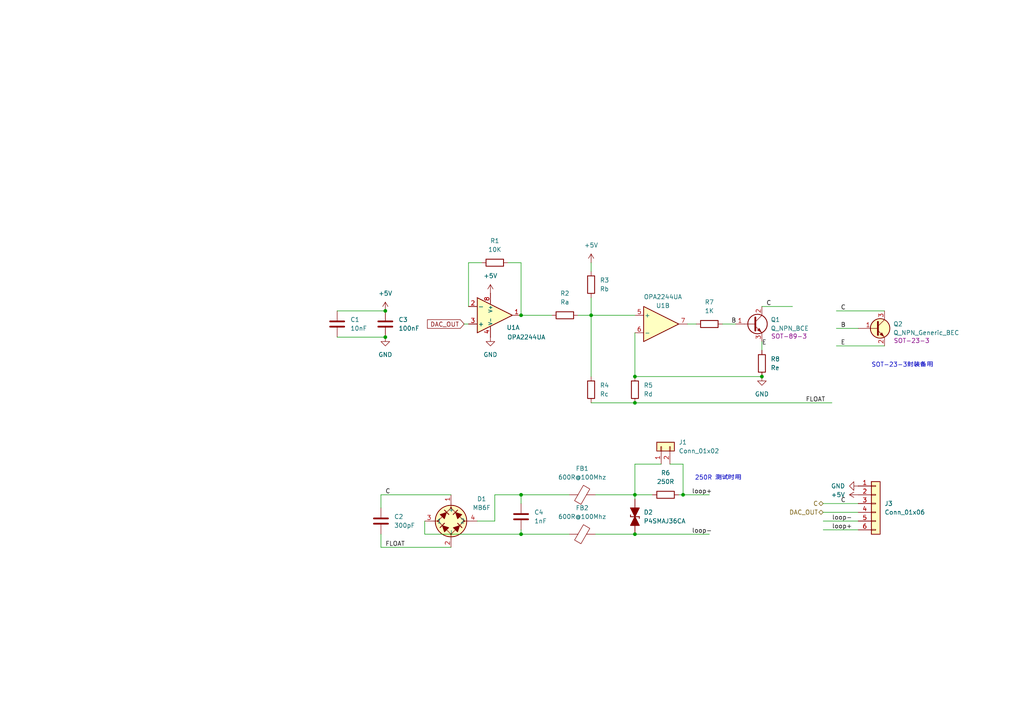
<source format=kicad_sch>
(kicad_sch
	(version 20250114)
	(generator "eeschema")
	(generator_version "9.0")
	(uuid "a1d77b34-ce6d-41fb-b8c5-18f31abca1f9")
	(paper "A4")
	(lib_symbols
		(symbol "Connector_Generic:Conn_01x02"
			(pin_names
				(offset 1.016)
				(hide yes)
			)
			(exclude_from_sim no)
			(in_bom yes)
			(on_board yes)
			(property "Reference" "J"
				(at 0 2.54 0)
				(effects
					(font
						(size 1.27 1.27)
					)
				)
			)
			(property "Value" "Conn_01x02"
				(at 0 -5.08 0)
				(effects
					(font
						(size 1.27 1.27)
					)
				)
			)
			(property "Footprint" ""
				(at 0 0 0)
				(effects
					(font
						(size 1.27 1.27)
					)
					(hide yes)
				)
			)
			(property "Datasheet" "~"
				(at 0 0 0)
				(effects
					(font
						(size 1.27 1.27)
					)
					(hide yes)
				)
			)
			(property "Description" "Generic connector, single row, 01x02, script generated (kicad-library-utils/schlib/autogen/connector/)"
				(at 0 0 0)
				(effects
					(font
						(size 1.27 1.27)
					)
					(hide yes)
				)
			)
			(property "ki_keywords" "connector"
				(at 0 0 0)
				(effects
					(font
						(size 1.27 1.27)
					)
					(hide yes)
				)
			)
			(property "ki_fp_filters" "Connector*:*_1x??_*"
				(at 0 0 0)
				(effects
					(font
						(size 1.27 1.27)
					)
					(hide yes)
				)
			)
			(symbol "Conn_01x02_1_1"
				(rectangle
					(start -1.27 1.27)
					(end 1.27 -3.81)
					(stroke
						(width 0.254)
						(type default)
					)
					(fill
						(type background)
					)
				)
				(rectangle
					(start -1.27 0.127)
					(end 0 -0.127)
					(stroke
						(width 0.1524)
						(type default)
					)
					(fill
						(type none)
					)
				)
				(rectangle
					(start -1.27 -2.413)
					(end 0 -2.667)
					(stroke
						(width 0.1524)
						(type default)
					)
					(fill
						(type none)
					)
				)
				(pin passive line
					(at -5.08 0 0)
					(length 3.81)
					(name "Pin_1"
						(effects
							(font
								(size 1.27 1.27)
							)
						)
					)
					(number "1"
						(effects
							(font
								(size 1.27 1.27)
							)
						)
					)
				)
				(pin passive line
					(at -5.08 -2.54 0)
					(length 3.81)
					(name "Pin_2"
						(effects
							(font
								(size 1.27 1.27)
							)
						)
					)
					(number "2"
						(effects
							(font
								(size 1.27 1.27)
							)
						)
					)
				)
			)
			(embedded_fonts no)
		)
		(symbol "Connector_Generic:Conn_01x06"
			(pin_names
				(offset 1.016)
				(hide yes)
			)
			(exclude_from_sim no)
			(in_bom yes)
			(on_board yes)
			(property "Reference" "J"
				(at 0 7.62 0)
				(effects
					(font
						(size 1.27 1.27)
					)
				)
			)
			(property "Value" "Conn_01x06"
				(at 0 -10.16 0)
				(effects
					(font
						(size 1.27 1.27)
					)
				)
			)
			(property "Footprint" ""
				(at 0 0 0)
				(effects
					(font
						(size 1.27 1.27)
					)
					(hide yes)
				)
			)
			(property "Datasheet" "~"
				(at 0 0 0)
				(effects
					(font
						(size 1.27 1.27)
					)
					(hide yes)
				)
			)
			(property "Description" "Generic connector, single row, 01x06, script generated (kicad-library-utils/schlib/autogen/connector/)"
				(at 0 0 0)
				(effects
					(font
						(size 1.27 1.27)
					)
					(hide yes)
				)
			)
			(property "ki_keywords" "connector"
				(at 0 0 0)
				(effects
					(font
						(size 1.27 1.27)
					)
					(hide yes)
				)
			)
			(property "ki_fp_filters" "Connector*:*_1x??_*"
				(at 0 0 0)
				(effects
					(font
						(size 1.27 1.27)
					)
					(hide yes)
				)
			)
			(symbol "Conn_01x06_1_1"
				(rectangle
					(start -1.27 6.35)
					(end 1.27 -8.89)
					(stroke
						(width 0.254)
						(type default)
					)
					(fill
						(type background)
					)
				)
				(rectangle
					(start -1.27 5.207)
					(end 0 4.953)
					(stroke
						(width 0.1524)
						(type default)
					)
					(fill
						(type none)
					)
				)
				(rectangle
					(start -1.27 2.667)
					(end 0 2.413)
					(stroke
						(width 0.1524)
						(type default)
					)
					(fill
						(type none)
					)
				)
				(rectangle
					(start -1.27 0.127)
					(end 0 -0.127)
					(stroke
						(width 0.1524)
						(type default)
					)
					(fill
						(type none)
					)
				)
				(rectangle
					(start -1.27 -2.413)
					(end 0 -2.667)
					(stroke
						(width 0.1524)
						(type default)
					)
					(fill
						(type none)
					)
				)
				(rectangle
					(start -1.27 -4.953)
					(end 0 -5.207)
					(stroke
						(width 0.1524)
						(type default)
					)
					(fill
						(type none)
					)
				)
				(rectangle
					(start -1.27 -7.493)
					(end 0 -7.747)
					(stroke
						(width 0.1524)
						(type default)
					)
					(fill
						(type none)
					)
				)
				(pin passive line
					(at -5.08 5.08 0)
					(length 3.81)
					(name "Pin_1"
						(effects
							(font
								(size 1.27 1.27)
							)
						)
					)
					(number "1"
						(effects
							(font
								(size 1.27 1.27)
							)
						)
					)
				)
				(pin passive line
					(at -5.08 2.54 0)
					(length 3.81)
					(name "Pin_2"
						(effects
							(font
								(size 1.27 1.27)
							)
						)
					)
					(number "2"
						(effects
							(font
								(size 1.27 1.27)
							)
						)
					)
				)
				(pin passive line
					(at -5.08 0 0)
					(length 3.81)
					(name "Pin_3"
						(effects
							(font
								(size 1.27 1.27)
							)
						)
					)
					(number "3"
						(effects
							(font
								(size 1.27 1.27)
							)
						)
					)
				)
				(pin passive line
					(at -5.08 -2.54 0)
					(length 3.81)
					(name "Pin_4"
						(effects
							(font
								(size 1.27 1.27)
							)
						)
					)
					(number "4"
						(effects
							(font
								(size 1.27 1.27)
							)
						)
					)
				)
				(pin passive line
					(at -5.08 -5.08 0)
					(length 3.81)
					(name "Pin_5"
						(effects
							(font
								(size 1.27 1.27)
							)
						)
					)
					(number "5"
						(effects
							(font
								(size 1.27 1.27)
							)
						)
					)
				)
				(pin passive line
					(at -5.08 -7.62 0)
					(length 3.81)
					(name "Pin_6"
						(effects
							(font
								(size 1.27 1.27)
							)
						)
					)
					(number "6"
						(effects
							(font
								(size 1.27 1.27)
							)
						)
					)
				)
			)
			(embedded_fonts no)
		)
		(symbol "Device:FerriteBead"
			(pin_numbers
				(hide yes)
			)
			(pin_names
				(offset 0)
			)
			(exclude_from_sim no)
			(in_bom yes)
			(on_board yes)
			(property "Reference" "FB"
				(at -3.81 0.635 90)
				(effects
					(font
						(size 1.27 1.27)
					)
				)
			)
			(property "Value" "FerriteBead"
				(at 3.81 0 90)
				(effects
					(font
						(size 1.27 1.27)
					)
				)
			)
			(property "Footprint" ""
				(at -1.778 0 90)
				(effects
					(font
						(size 1.27 1.27)
					)
					(hide yes)
				)
			)
			(property "Datasheet" "~"
				(at 0 0 0)
				(effects
					(font
						(size 1.27 1.27)
					)
					(hide yes)
				)
			)
			(property "Description" "Ferrite bead"
				(at 0 0 0)
				(effects
					(font
						(size 1.27 1.27)
					)
					(hide yes)
				)
			)
			(property "ki_keywords" "L ferrite bead inductor filter"
				(at 0 0 0)
				(effects
					(font
						(size 1.27 1.27)
					)
					(hide yes)
				)
			)
			(property "ki_fp_filters" "Inductor_* L_* *Ferrite*"
				(at 0 0 0)
				(effects
					(font
						(size 1.27 1.27)
					)
					(hide yes)
				)
			)
			(symbol "FerriteBead_0_1"
				(polyline
					(pts
						(xy -2.7686 0.4064) (xy -1.7018 2.2606) (xy 2.7686 -0.3048) (xy 1.6764 -2.159) (xy -2.7686 0.4064)
					)
					(stroke
						(width 0)
						(type default)
					)
					(fill
						(type none)
					)
				)
				(polyline
					(pts
						(xy 0 1.27) (xy 0 1.2954)
					)
					(stroke
						(width 0)
						(type default)
					)
					(fill
						(type none)
					)
				)
				(polyline
					(pts
						(xy 0 -1.27) (xy 0 -1.2192)
					)
					(stroke
						(width 0)
						(type default)
					)
					(fill
						(type none)
					)
				)
			)
			(symbol "FerriteBead_1_1"
				(pin passive line
					(at 0 3.81 270)
					(length 2.54)
					(name "~"
						(effects
							(font
								(size 1.27 1.27)
							)
						)
					)
					(number "1"
						(effects
							(font
								(size 1.27 1.27)
							)
						)
					)
				)
				(pin passive line
					(at 0 -3.81 90)
					(length 2.54)
					(name "~"
						(effects
							(font
								(size 1.27 1.27)
							)
						)
					)
					(number "2"
						(effects
							(font
								(size 1.27 1.27)
							)
						)
					)
				)
			)
			(embedded_fonts no)
		)
		(symbol "Library:MB6F"
			(pin_names
				(offset 1.016)
			)
			(exclude_from_sim no)
			(in_bom yes)
			(on_board yes)
			(property "Reference" "D"
				(at 5.08 7.62 0)
				(effects
					(font
						(size 1.27 1.27)
					)
					(justify left)
				)
			)
			(property "Value" "MB6F"
				(at 5.08 5.08 0)
				(effects
					(font
						(size 1.27 1.27)
					)
					(justify left)
				)
			)
			(property "Footprint" "PCM_Diode_SMD_AKL:Diode_Bridge_MBF"
				(at 7.62 8.89 0)
				(effects
					(font
						(size 1.27 1.27)
					)
					(hide yes)
				)
			)
			(property "Datasheet" "https://www.jlc-smt.com/lcsc/detail?componentCode=C3036709"
				(at 7.62 8.89 0)
				(effects
					(font
						(size 1.27 1.27)
					)
					(hide yes)
				)
			)
			(property "Description" "Diode bridge, Generic symbol, Alternate KiCAD Library"
				(at 0 0 0)
				(effects
					(font
						(size 1.27 1.27)
					)
					(hide yes)
				)
			)
			(property "ki_keywords" "diode bridge rectifier generic"
				(at 0 0 0)
				(effects
					(font
						(size 1.27 1.27)
					)
					(hide yes)
				)
			)
			(symbol "MB6F_0_1"
				(polyline
					(pts
						(xy -5.08 0) (xy -3.81 0)
					)
					(stroke
						(width 0)
						(type default)
					)
					(fill
						(type none)
					)
				)
				(circle
					(center -3.81 0)
					(radius 0.1778)
					(stroke
						(width 0)
						(type default)
					)
					(fill
						(type outline)
					)
				)
				(polyline
					(pts
						(xy -2.54 -1.27) (xy -1.905 -3.175) (xy -0.635 -1.905) (xy -2.54 -1.27)
					)
					(stroke
						(width 0)
						(type default)
					)
					(fill
						(type outline)
					)
				)
				(polyline
					(pts
						(xy -1.905 3.175) (xy -0.635 1.905)
					)
					(stroke
						(width 0.254)
						(type default)
					)
					(fill
						(type none)
					)
				)
				(polyline
					(pts
						(xy -1.905 -0.635) (xy -3.175 -1.905)
					)
					(stroke
						(width 0.254)
						(type default)
					)
					(fill
						(type none)
					)
				)
				(polyline
					(pts
						(xy -1.27 2.54) (xy -1.905 0.635) (xy -3.175 1.905) (xy -1.27 2.54)
					)
					(stroke
						(width 0)
						(type default)
					)
					(fill
						(type outline)
					)
				)
				(polyline
					(pts
						(xy 0 5.08) (xy 0 3.81)
					)
					(stroke
						(width 0)
						(type default)
					)
					(fill
						(type none)
					)
				)
				(polyline
					(pts
						(xy 0 3.81) (xy -3.81 0) (xy 0 -3.81) (xy 3.81 0) (xy 0 3.81)
					)
					(stroke
						(width 0)
						(type default)
					)
					(fill
						(type none)
					)
				)
				(circle
					(center 0 0)
					(radius 4.572)
					(stroke
						(width 0.254)
						(type default)
					)
					(fill
						(type background)
					)
				)
				(polyline
					(pts
						(xy 0 -5.08) (xy 0 -3.81)
					)
					(stroke
						(width 0)
						(type default)
					)
					(fill
						(type none)
					)
				)
				(polyline
					(pts
						(xy 1.27 2.54) (xy 3.175 1.905) (xy 1.905 0.635) (xy 1.27 2.54)
					)
					(stroke
						(width 0)
						(type default)
					)
					(fill
						(type outline)
					)
				)
				(polyline
					(pts
						(xy 1.905 3.175) (xy 0.635 1.905)
					)
					(stroke
						(width 0.254)
						(type default)
					)
					(fill
						(type none)
					)
				)
				(polyline
					(pts
						(xy 2.54 -1.27) (xy 0.635 -1.905) (xy 1.905 -3.175) (xy 2.54 -1.27)
					)
					(stroke
						(width 0)
						(type default)
					)
					(fill
						(type outline)
					)
				)
				(polyline
					(pts
						(xy 3.175 -1.905) (xy 1.905 -0.635)
					)
					(stroke
						(width 0.254)
						(type default)
					)
					(fill
						(type none)
					)
				)
				(polyline
					(pts
						(xy 5.08 0) (xy 3.81 0)
					)
					(stroke
						(width 0)
						(type default)
					)
					(fill
						(type none)
					)
				)
			)
			(symbol "MB6F_1_1"
				(circle
					(center 0 3.81)
					(radius 0.1778)
					(stroke
						(width 0)
						(type default)
					)
					(fill
						(type outline)
					)
				)
				(circle
					(center 0 -3.81)
					(radius 0.1778)
					(stroke
						(width 0)
						(type default)
					)
					(fill
						(type outline)
					)
				)
				(circle
					(center 3.81 0)
					(radius 0.1778)
					(stroke
						(width 0)
						(type default)
					)
					(fill
						(type outline)
					)
				)
				(pin passive line
					(at -7.62 0 0)
					(length 2.54)
					(name "1"
						(effects
							(font
								(size 1.27 1.27)
							)
						)
					)
					(number "3"
						(effects
							(font
								(size 1.27 1.27)
							)
						)
					)
				)
				(pin passive line
					(at 0 7.62 270)
					(length 2.54)
					(name "+"
						(effects
							(font
								(size 1.27 1.27)
							)
						)
					)
					(number "1"
						(effects
							(font
								(size 1.27 1.27)
							)
						)
					)
				)
				(pin passive line
					(at 0 -7.62 90)
					(length 2.54)
					(name "-"
						(effects
							(font
								(size 1.27 1.27)
							)
						)
					)
					(number "2"
						(effects
							(font
								(size 1.27 1.27)
							)
						)
					)
				)
				(pin passive line
					(at 7.62 0 180)
					(length 2.54)
					(name "2"
						(effects
							(font
								(size 1.27 1.27)
							)
						)
					)
					(number "4"
						(effects
							(font
								(size 1.27 1.27)
							)
						)
					)
				)
			)
			(embedded_fonts no)
		)
		(symbol "PCM_Amplifier_Operational_AKL:OPA2244UA"
			(pin_names
				(offset 0.2)
			)
			(exclude_from_sim no)
			(in_bom yes)
			(on_board yes)
			(property "Reference" "U"
				(at 2.54 7.62 0)
				(effects
					(font
						(size 1.27 1.27)
					)
					(justify left)
				)
			)
			(property "Value" "OPA2244UA"
				(at 2.54 5.08 0)
				(effects
					(font
						(size 1.27 1.27)
					)
					(justify left)
				)
			)
			(property "Footprint" "PCM_Package_SO_AKL:SO-8_3.9x4.9mm_P1.27mm"
				(at 0 0 0)
				(effects
					(font
						(size 1.27 1.27)
					)
					(hide yes)
				)
			)
			(property "Datasheet" "https://www.ti.com/lit/ds/symlink/opa244.pdf?ts=1635000702154&ref_url=https%253A%252F%252Fwww.google.com%252F"
				(at 0 0 0)
				(effects
					(font
						(size 1.27 1.27)
					)
					(hide yes)
				)
			)
			(property "Description" "SO-8 Dual Low Power Operational Amplifier, 1.5mV Offset, 6μV/°C Drift, 430kHz GBW, 500μA Supply Current per Amplifier, Alternate KiCAD Library"
				(at 0 0 0)
				(effects
					(font
						(size 1.27 1.27)
					)
					(hide yes)
				)
			)
			(property "ki_locked" ""
				(at 0 0 0)
				(effects
					(font
						(size 1.27 1.27)
					)
				)
			)
			(property "ki_keywords" "dual opamp operational amplifier low power OPA2244"
				(at 0 0 0)
				(effects
					(font
						(size 1.27 1.27)
					)
					(hide yes)
				)
			)
			(symbol "OPA2244UA_0_1"
				(polyline
					(pts
						(xy -3.81 5.08) (xy -3.81 -5.08) (xy 6.35 0) (xy -3.81 5.08)
					)
					(stroke
						(width 0.254)
						(type default)
					)
					(fill
						(type background)
					)
				)
			)
			(symbol "OPA2244UA_1_1"
				(pin input line
					(at -6.35 2.54 0)
					(length 2.54)
					(name "-"
						(effects
							(font
								(size 1.27 1.27)
							)
						)
					)
					(number "2"
						(effects
							(font
								(size 1.27 1.27)
							)
						)
					)
				)
				(pin input line
					(at -6.35 -2.54 0)
					(length 2.54)
					(name "+"
						(effects
							(font
								(size 1.27 1.27)
							)
						)
					)
					(number "3"
						(effects
							(font
								(size 1.27 1.27)
							)
						)
					)
				)
				(pin power_in line
					(at 0 6.35 270)
					(length 3.18)
					(name "V+"
						(effects
							(font
								(size 1 1)
							)
						)
					)
					(number "8"
						(effects
							(font
								(size 1.27 1.27)
							)
						)
					)
				)
				(pin power_in line
					(at 0 -6.35 90)
					(length 3.18)
					(name "V-"
						(effects
							(font
								(size 1 1)
							)
						)
					)
					(number "4"
						(effects
							(font
								(size 1.27 1.27)
							)
						)
					)
				)
				(pin output line
					(at 8.89 0 180)
					(length 2.54)
					(name "~"
						(effects
							(font
								(size 1.27 1.27)
							)
						)
					)
					(number "1"
						(effects
							(font
								(size 1.27 1.27)
							)
						)
					)
				)
			)
			(symbol "OPA2244UA_2_1"
				(pin input line
					(at -6.35 2.54 0)
					(length 2.54)
					(name "-"
						(effects
							(font
								(size 1.27 1.27)
							)
						)
					)
					(number "6"
						(effects
							(font
								(size 1.27 1.27)
							)
						)
					)
				)
				(pin input line
					(at -6.35 -2.54 0)
					(length 2.54)
					(name "+"
						(effects
							(font
								(size 1.27 1.27)
							)
						)
					)
					(number "5"
						(effects
							(font
								(size 1.27 1.27)
							)
						)
					)
				)
				(pin output line
					(at 8.89 0 180)
					(length 2.54)
					(name "~"
						(effects
							(font
								(size 1.27 1.27)
							)
						)
					)
					(number "7"
						(effects
							(font
								(size 1.27 1.27)
							)
						)
					)
				)
			)
			(embedded_fonts no)
		)
		(symbol "PCM_Capacitor_AKL:C_1206"
			(pin_numbers
				(hide yes)
			)
			(pin_names
				(offset 0.254)
			)
			(exclude_from_sim no)
			(in_bom yes)
			(on_board yes)
			(property "Reference" "C"
				(at 0.635 2.54 0)
				(effects
					(font
						(size 1.27 1.27)
					)
					(justify left)
				)
			)
			(property "Value" "C_1206"
				(at 0.635 -2.54 0)
				(effects
					(font
						(size 1.27 1.27)
					)
					(justify left)
				)
			)
			(property "Footprint" "PCM_Capacitor_SMD_AKL:C_1206_3216Metric"
				(at 0.9652 -3.81 0)
				(effects
					(font
						(size 1.27 1.27)
					)
					(hide yes)
				)
			)
			(property "Datasheet" "~"
				(at 0 0 0)
				(effects
					(font
						(size 1.27 1.27)
					)
					(hide yes)
				)
			)
			(property "Description" "SMD 1206 MLCC capacitor, Alternate KiCad Library"
				(at 0 0 0)
				(effects
					(font
						(size 1.27 1.27)
					)
					(hide yes)
				)
			)
			(property "ki_keywords" "cap capacitor ceramic chip mlcc smd 1206"
				(at 0 0 0)
				(effects
					(font
						(size 1.27 1.27)
					)
					(hide yes)
				)
			)
			(property "ki_fp_filters" "C_*"
				(at 0 0 0)
				(effects
					(font
						(size 1.27 1.27)
					)
					(hide yes)
				)
			)
			(symbol "C_1206_0_1"
				(polyline
					(pts
						(xy -2.032 0.762) (xy 2.032 0.762)
					)
					(stroke
						(width 0.508)
						(type default)
					)
					(fill
						(type none)
					)
				)
				(polyline
					(pts
						(xy -2.032 -0.762) (xy 2.032 -0.762)
					)
					(stroke
						(width 0.508)
						(type default)
					)
					(fill
						(type none)
					)
				)
			)
			(symbol "C_1206_0_2"
				(polyline
					(pts
						(xy -2.54 -2.54) (xy -0.381 -0.381)
					)
					(stroke
						(width 0)
						(type default)
					)
					(fill
						(type none)
					)
				)
				(polyline
					(pts
						(xy -0.508 -0.508) (xy -1.651 0.635)
					)
					(stroke
						(width 0.508)
						(type default)
					)
					(fill
						(type none)
					)
				)
				(polyline
					(pts
						(xy -0.508 -0.508) (xy 0.635 -1.651)
					)
					(stroke
						(width 0.508)
						(type default)
					)
					(fill
						(type none)
					)
				)
				(polyline
					(pts
						(xy 0.381 0.381) (xy 2.54 2.54)
					)
					(stroke
						(width 0)
						(type default)
					)
					(fill
						(type none)
					)
				)
				(polyline
					(pts
						(xy 0.508 0.508) (xy -0.635 1.651)
					)
					(stroke
						(width 0.508)
						(type default)
					)
					(fill
						(type none)
					)
				)
				(polyline
					(pts
						(xy 0.508 0.508) (xy 1.651 -0.635)
					)
					(stroke
						(width 0.508)
						(type default)
					)
					(fill
						(type none)
					)
				)
			)
			(symbol "C_1206_1_1"
				(pin passive line
					(at 0 3.81 270)
					(length 2.794)
					(name "~"
						(effects
							(font
								(size 1.27 1.27)
							)
						)
					)
					(number "1"
						(effects
							(font
								(size 1.27 1.27)
							)
						)
					)
				)
				(pin passive line
					(at 0 -3.81 90)
					(length 2.794)
					(name "~"
						(effects
							(font
								(size 1.27 1.27)
							)
						)
					)
					(number "2"
						(effects
							(font
								(size 1.27 1.27)
							)
						)
					)
				)
			)
			(symbol "C_1206_1_2"
				(pin passive line
					(at -2.54 -2.54 90)
					(length 0)
					(name "~"
						(effects
							(font
								(size 1.27 1.27)
							)
						)
					)
					(number "2"
						(effects
							(font
								(size 1.27 1.27)
							)
						)
					)
				)
				(pin passive line
					(at 2.54 2.54 270)
					(length 0)
					(name "~"
						(effects
							(font
								(size 1.27 1.27)
							)
						)
					)
					(number "1"
						(effects
							(font
								(size 1.27 1.27)
							)
						)
					)
				)
			)
			(embedded_fonts no)
		)
		(symbol "PCM_Diode_TVS_AKL:P4SMAJ36CA"
			(pin_numbers
				(hide yes)
			)
			(pin_names
				(offset 1.016)
				(hide yes)
			)
			(exclude_from_sim no)
			(in_bom yes)
			(on_board yes)
			(property "Reference" "D"
				(at 0 5.08 0)
				(effects
					(font
						(size 1.27 1.27)
					)
				)
			)
			(property "Value" "P4SMAJ36CA"
				(at 0 2.54 0)
				(effects
					(font
						(size 1.27 1.27)
					)
				)
			)
			(property "Footprint" "PCM_Diode_SMD_AKL:D_SMA_TVS"
				(at 0 0 0)
				(effects
					(font
						(size 1.27 1.27)
					)
					(hide yes)
				)
			)
			(property "Datasheet" "https://www.tme.eu/Document/1eef058bc29c4135e52f8ab997b46c91/p4smaj65.pdf"
				(at 0 0 0)
				(effects
					(font
						(size 1.27 1.27)
					)
					(hide yes)
				)
			)
			(property "Description" "SMA Bidirectional TVS Diode, 36V, 400W, Alternate KiCAD Library"
				(at 0 0 0)
				(effects
					(font
						(size 1.27 1.27)
					)
					(hide yes)
				)
			)
			(property "ki_keywords" "diode TVS bidirectional P4SMAJ-CA"
				(at 0 0 0)
				(effects
					(font
						(size 1.27 1.27)
					)
					(hide yes)
				)
			)
			(property "ki_fp_filters" "TO-???* *_Diode_* *SingleDiode* D_*"
				(at 0 0 0)
				(effects
					(font
						(size 1.27 1.27)
					)
					(hide yes)
				)
			)
			(symbol "P4SMAJ36CA_0_1"
				(polyline
					(pts
						(xy 0 1.27) (xy 0 -1.27)
					)
					(stroke
						(width 0.254)
						(type default)
					)
					(fill
						(type none)
					)
				)
				(polyline
					(pts
						(xy 0 1.27) (xy 0.508 1.27)
					)
					(stroke
						(width 0.254)
						(type default)
					)
					(fill
						(type none)
					)
				)
				(polyline
					(pts
						(xy 0 0) (xy -2.54 1.27) (xy -2.54 -1.27) (xy 0 0)
					)
					(stroke
						(width 0.254)
						(type default)
					)
					(fill
						(type outline)
					)
				)
				(polyline
					(pts
						(xy 0 -1.27) (xy -0.508 -1.27)
					)
					(stroke
						(width 0.254)
						(type default)
					)
					(fill
						(type none)
					)
				)
				(polyline
					(pts
						(xy 1.27 0) (xy -1.27 0)
					)
					(stroke
						(width 0)
						(type default)
					)
					(fill
						(type none)
					)
				)
				(polyline
					(pts
						(xy 2.54 1.27) (xy 2.54 -1.27) (xy 0 0) (xy 2.54 1.27)
					)
					(stroke
						(width 0.254)
						(type default)
					)
					(fill
						(type outline)
					)
				)
			)
			(symbol "P4SMAJ36CA_0_2"
				(polyline
					(pts
						(xy -3.81 -3.81) (xy 3.81 3.81)
					)
					(stroke
						(width 0)
						(type default)
					)
					(fill
						(type none)
					)
				)
				(polyline
					(pts
						(xy -1.778 -1.778) (xy -2.667 -0.889) (xy 0 0) (xy -0.889 -2.667) (xy -1.778 -1.778)
					)
					(stroke
						(width 0.254)
						(type default)
					)
					(fill
						(type outline)
					)
				)
				(polyline
					(pts
						(xy -0.889 0.889) (xy -1.27 0.508)
					)
					(stroke
						(width 0.254)
						(type default)
					)
					(fill
						(type none)
					)
				)
				(polyline
					(pts
						(xy -0.889 0.889) (xy 0.889 -0.889)
					)
					(stroke
						(width 0.254)
						(type default)
					)
					(fill
						(type none)
					)
				)
				(polyline
					(pts
						(xy 0.889 -0.889) (xy 1.27 -0.508)
					)
					(stroke
						(width 0.254)
						(type default)
					)
					(fill
						(type none)
					)
				)
				(polyline
					(pts
						(xy 1.778 1.778) (xy 2.667 0.889) (xy 0 0) (xy 0.889 2.667) (xy 1.778 1.778)
					)
					(stroke
						(width 0.254)
						(type default)
					)
					(fill
						(type outline)
					)
				)
			)
			(symbol "P4SMAJ36CA_1_1"
				(pin passive line
					(at -5.08 0 0)
					(length 2.54)
					(name "K"
						(effects
							(font
								(size 1.27 1.27)
							)
						)
					)
					(number "1"
						(effects
							(font
								(size 1.27 1.27)
							)
						)
					)
				)
				(pin passive line
					(at 5.08 0 180)
					(length 2.54)
					(name "A"
						(effects
							(font
								(size 1.27 1.27)
							)
						)
					)
					(number "2"
						(effects
							(font
								(size 1.27 1.27)
							)
						)
					)
				)
			)
			(symbol "P4SMAJ36CA_1_2"
				(pin passive line
					(at -3.81 -3.81 0)
					(length 0)
					(name "A"
						(effects
							(font
								(size 1.27 1.27)
							)
						)
					)
					(number "2"
						(effects
							(font
								(size 1.27 1.27)
							)
						)
					)
				)
				(pin passive line
					(at 3.81 3.81 180)
					(length 0)
					(name "K"
						(effects
							(font
								(size 1.27 1.27)
							)
						)
					)
					(number "1"
						(effects
							(font
								(size 1.27 1.27)
							)
						)
					)
				)
			)
			(embedded_fonts no)
		)
		(symbol "PCM_Resistor_AKL:R_1206"
			(pin_numbers
				(hide yes)
			)
			(pin_names
				(offset 0)
			)
			(exclude_from_sim no)
			(in_bom yes)
			(on_board yes)
			(property "Reference" "R"
				(at 2.54 1.27 0)
				(effects
					(font
						(size 1.27 1.27)
					)
					(justify left)
				)
			)
			(property "Value" "R_1206"
				(at 2.54 -1.27 0)
				(effects
					(font
						(size 1.27 1.27)
					)
					(justify left)
				)
			)
			(property "Footprint" "PCM_Resistor_SMD_AKL:R_1206_3216Metric"
				(at 0 -11.43 0)
				(effects
					(font
						(size 1.27 1.27)
					)
					(hide yes)
				)
			)
			(property "Datasheet" "~"
				(at 0 0 0)
				(effects
					(font
						(size 1.27 1.27)
					)
					(hide yes)
				)
			)
			(property "Description" "SMD 1206 Chip Resistor, European Symbol, Alternate KiCad Library"
				(at 0 0 0)
				(effects
					(font
						(size 1.27 1.27)
					)
					(hide yes)
				)
			)
			(property "ki_keywords" "R res resistor eu  smd 1206"
				(at 0 0 0)
				(effects
					(font
						(size 1.27 1.27)
					)
					(hide yes)
				)
			)
			(property "ki_fp_filters" "R_*"
				(at 0 0 0)
				(effects
					(font
						(size 1.27 1.27)
					)
					(hide yes)
				)
			)
			(symbol "R_1206_0_1"
				(rectangle
					(start -1.016 2.54)
					(end 1.016 -2.54)
					(stroke
						(width 0.254)
						(type default)
					)
					(fill
						(type none)
					)
				)
			)
			(symbol "R_1206_0_2"
				(polyline
					(pts
						(xy -2.54 -2.54) (xy -1.524 -1.524)
					)
					(stroke
						(width 0)
						(type default)
					)
					(fill
						(type none)
					)
				)
				(polyline
					(pts
						(xy 1.524 1.524) (xy 2.54 2.54)
					)
					(stroke
						(width 0)
						(type default)
					)
					(fill
						(type none)
					)
				)
				(polyline
					(pts
						(xy 1.524 1.524) (xy 0.889 2.159) (xy -2.159 -0.889) (xy -0.889 -2.159) (xy 2.159 0.889) (xy 1.524 1.524)
					)
					(stroke
						(width 0.254)
						(type default)
					)
					(fill
						(type none)
					)
				)
			)
			(symbol "R_1206_1_1"
				(pin passive line
					(at 0 3.81 270)
					(length 1.27)
					(name "~"
						(effects
							(font
								(size 1.27 1.27)
							)
						)
					)
					(number "1"
						(effects
							(font
								(size 1.27 1.27)
							)
						)
					)
				)
				(pin passive line
					(at 0 -3.81 90)
					(length 1.27)
					(name "~"
						(effects
							(font
								(size 1.27 1.27)
							)
						)
					)
					(number "2"
						(effects
							(font
								(size 1.27 1.27)
							)
						)
					)
				)
			)
			(symbol "R_1206_1_2"
				(pin passive line
					(at -2.54 -2.54 0)
					(length 0)
					(name ""
						(effects
							(font
								(size 1.27 1.27)
							)
						)
					)
					(number "2"
						(effects
							(font
								(size 1.27 1.27)
							)
						)
					)
				)
				(pin passive line
					(at 2.54 2.54 180)
					(length 0)
					(name ""
						(effects
							(font
								(size 1.27 1.27)
							)
						)
					)
					(number "1"
						(effects
							(font
								(size 1.27 1.27)
							)
						)
					)
				)
			)
			(embedded_fonts no)
		)
		(symbol "PCM_Transistor_BJT_AKL:Q_NPN_Generic_BEC"
			(pin_names
				(hide yes)
			)
			(exclude_from_sim no)
			(in_bom yes)
			(on_board yes)
			(property "Reference" "Q"
				(at 5.08 1.27 0)
				(effects
					(font
						(size 1.27 1.27)
					)
					(justify left)
				)
			)
			(property "Value" "Q_NPN_Generic_BEC"
				(at 5.08 -1.27 0)
				(effects
					(font
						(size 1.27 1.27)
					)
					(justify left)
				)
			)
			(property "Footprint" ""
				(at 5.08 2.54 0)
				(effects
					(font
						(size 1.27 1.27)
					)
					(hide yes)
				)
			)
			(property "Datasheet" "~"
				(at 0 0 0)
				(effects
					(font
						(size 1.27 1.27)
					)
					(hide yes)
				)
			)
			(property "Description" "NPN transistor, generic symbol, Alternate KiCAD Library"
				(at 0 0 0)
				(effects
					(font
						(size 1.27 1.27)
					)
					(hide yes)
				)
			)
			(property "ki_keywords" "transistor NPN generic"
				(at 0 0 0)
				(effects
					(font
						(size 1.27 1.27)
					)
					(hide yes)
				)
			)
			(symbol "Q_NPN_Generic_BEC_0_1"
				(polyline
					(pts
						(xy 0.635 1.905) (xy 0.635 -1.905) (xy 0.635 -1.905)
					)
					(stroke
						(width 0.508)
						(type default)
					)
					(fill
						(type none)
					)
				)
				(polyline
					(pts
						(xy 0.635 0.635) (xy 2.54 2.54)
					)
					(stroke
						(width 0)
						(type default)
					)
					(fill
						(type none)
					)
				)
				(polyline
					(pts
						(xy 0.635 -0.635) (xy 2.54 -2.54) (xy 2.54 -2.54)
					)
					(stroke
						(width 0)
						(type default)
					)
					(fill
						(type none)
					)
				)
				(circle
					(center 1.27 0)
					(radius 2.8194)
					(stroke
						(width 0.254)
						(type default)
					)
					(fill
						(type background)
					)
				)
				(polyline
					(pts
						(xy 1.27 -1.778) (xy 1.778 -1.27) (xy 2.286 -2.286) (xy 1.27 -1.778) (xy 1.27 -1.778)
					)
					(stroke
						(width 0)
						(type default)
					)
					(fill
						(type outline)
					)
				)
			)
			(symbol "Q_NPN_Generic_BEC_1_1"
				(pin input line
					(at -5.08 0 0)
					(length 5.715)
					(name "B"
						(effects
							(font
								(size 1.27 1.27)
							)
						)
					)
					(number "1"
						(effects
							(font
								(size 1.27 1.27)
							)
						)
					)
				)
				(pin passive line
					(at 2.54 5.08 270)
					(length 2.54)
					(name "C"
						(effects
							(font
								(size 1.27 1.27)
							)
						)
					)
					(number "3"
						(effects
							(font
								(size 1.27 1.27)
							)
						)
					)
				)
				(pin passive line
					(at 2.54 -5.08 90)
					(length 2.54)
					(name "E"
						(effects
							(font
								(size 1.27 1.27)
							)
						)
					)
					(number "2"
						(effects
							(font
								(size 1.27 1.27)
							)
						)
					)
				)
			)
			(embedded_fonts no)
		)
		(symbol "Transistor_BJT:Q_NPN_BCE"
			(pin_names
				(offset 0)
				(hide yes)
			)
			(exclude_from_sim no)
			(in_bom yes)
			(on_board yes)
			(property "Reference" "Q"
				(at 5.08 1.27 0)
				(effects
					(font
						(size 1.27 1.27)
					)
					(justify left)
				)
			)
			(property "Value" "Q_NPN_BCE"
				(at 5.08 -1.27 0)
				(effects
					(font
						(size 1.27 1.27)
					)
					(justify left)
				)
			)
			(property "Footprint" ""
				(at 5.08 2.54 0)
				(effects
					(font
						(size 1.27 1.27)
					)
					(hide yes)
				)
			)
			(property "Datasheet" "~"
				(at 0 0 0)
				(effects
					(font
						(size 1.27 1.27)
					)
					(hide yes)
				)
			)
			(property "Description" "NPN transistor, base/collector/emitter"
				(at 0 0 0)
				(effects
					(font
						(size 1.27 1.27)
					)
					(hide yes)
				)
			)
			(property "ki_keywords" "BJT"
				(at 0 0 0)
				(effects
					(font
						(size 1.27 1.27)
					)
					(hide yes)
				)
			)
			(symbol "Q_NPN_BCE_0_1"
				(polyline
					(pts
						(xy -2.54 0) (xy 0.635 0)
					)
					(stroke
						(width 0)
						(type default)
					)
					(fill
						(type none)
					)
				)
				(polyline
					(pts
						(xy 0.635 1.905) (xy 0.635 -1.905)
					)
					(stroke
						(width 0.508)
						(type default)
					)
					(fill
						(type none)
					)
				)
				(circle
					(center 1.27 0)
					(radius 2.8194)
					(stroke
						(width 0.254)
						(type default)
					)
					(fill
						(type none)
					)
				)
			)
			(symbol "Q_NPN_BCE_1_1"
				(polyline
					(pts
						(xy 0.635 0.635) (xy 2.54 2.54)
					)
					(stroke
						(width 0)
						(type default)
					)
					(fill
						(type none)
					)
				)
				(polyline
					(pts
						(xy 0.635 -0.635) (xy 2.54 -2.54)
					)
					(stroke
						(width 0)
						(type default)
					)
					(fill
						(type none)
					)
				)
				(polyline
					(pts
						(xy 1.27 -1.778) (xy 1.778 -1.27) (xy 2.286 -2.286) (xy 1.27 -1.778)
					)
					(stroke
						(width 0)
						(type default)
					)
					(fill
						(type outline)
					)
				)
				(pin input line
					(at -5.08 0 0)
					(length 2.54)
					(name "B"
						(effects
							(font
								(size 1.27 1.27)
							)
						)
					)
					(number "1"
						(effects
							(font
								(size 1.27 1.27)
							)
						)
					)
				)
				(pin passive line
					(at 2.54 5.08 270)
					(length 2.54)
					(name "C"
						(effects
							(font
								(size 1.27 1.27)
							)
						)
					)
					(number "2"
						(effects
							(font
								(size 1.27 1.27)
							)
						)
					)
				)
				(pin passive line
					(at 2.54 -5.08 90)
					(length 2.54)
					(name "E"
						(effects
							(font
								(size 1.27 1.27)
							)
						)
					)
					(number "3"
						(effects
							(font
								(size 1.27 1.27)
							)
						)
					)
				)
			)
			(embedded_fonts no)
		)
		(symbol "power:+5V"
			(power)
			(pin_numbers
				(hide yes)
			)
			(pin_names
				(offset 0)
				(hide yes)
			)
			(exclude_from_sim no)
			(in_bom yes)
			(on_board yes)
			(property "Reference" "#PWR"
				(at 0 -3.81 0)
				(effects
					(font
						(size 1.27 1.27)
					)
					(hide yes)
				)
			)
			(property "Value" "+5V"
				(at 0 3.556 0)
				(effects
					(font
						(size 1.27 1.27)
					)
				)
			)
			(property "Footprint" ""
				(at 0 0 0)
				(effects
					(font
						(size 1.27 1.27)
					)
					(hide yes)
				)
			)
			(property "Datasheet" ""
				(at 0 0 0)
				(effects
					(font
						(size 1.27 1.27)
					)
					(hide yes)
				)
			)
			(property "Description" "Power symbol creates a global label with name \"+5V\""
				(at 0 0 0)
				(effects
					(font
						(size 1.27 1.27)
					)
					(hide yes)
				)
			)
			(property "ki_keywords" "global power"
				(at 0 0 0)
				(effects
					(font
						(size 1.27 1.27)
					)
					(hide yes)
				)
			)
			(symbol "+5V_0_1"
				(polyline
					(pts
						(xy -0.762 1.27) (xy 0 2.54)
					)
					(stroke
						(width 0)
						(type default)
					)
					(fill
						(type none)
					)
				)
				(polyline
					(pts
						(xy 0 2.54) (xy 0.762 1.27)
					)
					(stroke
						(width 0)
						(type default)
					)
					(fill
						(type none)
					)
				)
				(polyline
					(pts
						(xy 0 0) (xy 0 2.54)
					)
					(stroke
						(width 0)
						(type default)
					)
					(fill
						(type none)
					)
				)
			)
			(symbol "+5V_1_1"
				(pin power_in line
					(at 0 0 90)
					(length 0)
					(name "~"
						(effects
							(font
								(size 1.27 1.27)
							)
						)
					)
					(number "1"
						(effects
							(font
								(size 1.27 1.27)
							)
						)
					)
				)
			)
			(embedded_fonts no)
		)
		(symbol "power:GND"
			(power)
			(pin_numbers
				(hide yes)
			)
			(pin_names
				(offset 0)
				(hide yes)
			)
			(exclude_from_sim no)
			(in_bom yes)
			(on_board yes)
			(property "Reference" "#PWR"
				(at 0 -6.35 0)
				(effects
					(font
						(size 1.27 1.27)
					)
					(hide yes)
				)
			)
			(property "Value" "GND"
				(at 0 -3.81 0)
				(effects
					(font
						(size 1.27 1.27)
					)
				)
			)
			(property "Footprint" ""
				(at 0 0 0)
				(effects
					(font
						(size 1.27 1.27)
					)
					(hide yes)
				)
			)
			(property "Datasheet" ""
				(at 0 0 0)
				(effects
					(font
						(size 1.27 1.27)
					)
					(hide yes)
				)
			)
			(property "Description" "Power symbol creates a global label with name \"GND\" , ground"
				(at 0 0 0)
				(effects
					(font
						(size 1.27 1.27)
					)
					(hide yes)
				)
			)
			(property "ki_keywords" "global power"
				(at 0 0 0)
				(effects
					(font
						(size 1.27 1.27)
					)
					(hide yes)
				)
			)
			(symbol "GND_0_1"
				(polyline
					(pts
						(xy 0 0) (xy 0 -1.27) (xy 1.27 -1.27) (xy 0 -2.54) (xy -1.27 -1.27) (xy 0 -1.27)
					)
					(stroke
						(width 0)
						(type default)
					)
					(fill
						(type none)
					)
				)
			)
			(symbol "GND_1_1"
				(pin power_in line
					(at 0 0 270)
					(length 0)
					(name "~"
						(effects
							(font
								(size 1.27 1.27)
							)
						)
					)
					(number "1"
						(effects
							(font
								(size 1.27 1.27)
							)
						)
					)
				)
			)
			(embedded_fonts no)
		)
	)
	(text "SOT-23-3封装备用"
		(exclude_from_sim no)
		(at 252.73 106.68 0)
		(effects
			(font
				(size 1.27 1.27)
			)
			(justify left bottom)
		)
		(uuid "3161d2bc-e193-4b59-9ded-f3aa4809cd67")
	)
	(text "250R 测试时用"
		(exclude_from_sim no)
		(at 208.28 138.684 0)
		(effects
			(font
				(size 1.27 1.27)
			)
		)
		(uuid "67c005ce-6608-4466-8682-1895d615ecdf")
	)
	(junction
		(at 220.98 109.22)
		(diameter 0)
		(color 0 0 0 0)
		(uuid "00f4949f-bce2-498d-bc06-8d6ebc48a30d")
	)
	(junction
		(at 184.15 116.84)
		(diameter 0)
		(color 0 0 0 0)
		(uuid "18613a12-8ffa-40b7-ae39-2fdacad89ad6")
	)
	(junction
		(at 184.15 109.22)
		(diameter 0)
		(color 0 0 0 0)
		(uuid "22b08f96-71ff-450c-a1ff-32fabe262c66")
	)
	(junction
		(at 184.15 154.94)
		(diameter 0)
		(color 0 0 0 0)
		(uuid "3568ac0c-8f2b-4ce8-8da9-80a9e3e17925")
	)
	(junction
		(at 151.13 91.44)
		(diameter 0)
		(color 0 0 0 0)
		(uuid "58e1b5f3-95f9-4cbe-8784-ca1be1190a60")
	)
	(junction
		(at 198.12 143.51)
		(diameter 0)
		(color 0 0 0 0)
		(uuid "59d26449-467f-4cd3-9313-625d0d5acb95")
	)
	(junction
		(at 151.13 143.51)
		(diameter 0)
		(color 0 0 0 0)
		(uuid "6c1bd058-1cff-4f4d-8df4-477dd6eb66a6")
	)
	(junction
		(at 171.45 91.44)
		(diameter 0)
		(color 0 0 0 0)
		(uuid "a30664a9-152b-4102-ab71-c8e127a7a9ea")
	)
	(junction
		(at 184.15 143.51)
		(diameter 0)
		(color 0 0 0 0)
		(uuid "a7261092-2518-4698-be31-c5ae7938317a")
	)
	(junction
		(at 111.76 97.79)
		(diameter 0)
		(color 0 0 0 0)
		(uuid "db1db519-ef72-431f-addb-982429270b82")
	)
	(junction
		(at 151.13 154.94)
		(diameter 0)
		(color 0 0 0 0)
		(uuid "e73eeb33-b74e-4273-93a9-58a894c129ba")
	)
	(junction
		(at 111.76 90.17)
		(diameter 0)
		(color 0 0 0 0)
		(uuid "efbe57b7-3d2b-41b7-83d3-2c060c885085")
	)
	(wire
		(pts
			(xy 189.23 143.51) (xy 184.15 143.51)
		)
		(stroke
			(width 0)
			(type default)
		)
		(uuid "00fa2204-4eef-41c6-b7ea-aaae8eddcc26")
	)
	(wire
		(pts
			(xy 238.76 151.13) (xy 248.92 151.13)
		)
		(stroke
			(width 0)
			(type default)
		)
		(uuid "185292ee-ac3e-4556-a142-bc573ef0390d")
	)
	(wire
		(pts
			(xy 123.19 154.94) (xy 123.19 151.13)
		)
		(stroke
			(width 0)
			(type default)
		)
		(uuid "19cc8e1e-75fc-4b1c-b859-7b9c7b586e58")
	)
	(wire
		(pts
			(xy 135.89 88.9) (xy 135.89 76.2)
		)
		(stroke
			(width 0)
			(type default)
		)
		(uuid "1a246a06-1817-4c45-bc22-55f38942dc72")
	)
	(wire
		(pts
			(xy 151.13 76.2) (xy 151.13 91.44)
		)
		(stroke
			(width 0)
			(type default)
		)
		(uuid "2094c41a-3e5c-4226-a0dc-9b60a41054fa")
	)
	(wire
		(pts
			(xy 184.15 143.51) (xy 172.72 143.51)
		)
		(stroke
			(width 0)
			(type default)
		)
		(uuid "2818d316-56d4-431d-a2a4-099b25680791")
	)
	(wire
		(pts
			(xy 220.98 88.9) (xy 229.87 88.9)
		)
		(stroke
			(width 0)
			(type default)
		)
		(uuid "2f3942fb-6846-4c3e-ba9f-869bca7face2")
	)
	(wire
		(pts
			(xy 143.51 151.13) (xy 138.43 151.13)
		)
		(stroke
			(width 0)
			(type default)
		)
		(uuid "3096e1a3-0f24-4590-8b77-194eb442b454")
	)
	(wire
		(pts
			(xy 110.49 158.75) (xy 110.49 154.94)
		)
		(stroke
			(width 0)
			(type default)
		)
		(uuid "4117a370-76b8-439b-b903-6a4733e0a996")
	)
	(wire
		(pts
			(xy 151.13 91.44) (xy 160.02 91.44)
		)
		(stroke
			(width 0)
			(type default)
		)
		(uuid "4372ec9c-a509-4998-8b6b-512d87dd535d")
	)
	(wire
		(pts
			(xy 134.62 93.98) (xy 135.89 93.98)
		)
		(stroke
			(width 0)
			(type default)
		)
		(uuid "4617038e-3772-41e6-9eae-5355db8d7b84")
	)
	(wire
		(pts
			(xy 171.45 76.2) (xy 171.45 78.74)
		)
		(stroke
			(width 0)
			(type default)
		)
		(uuid "4ecf6d9b-c7c5-4091-833f-c6aa01ed9812")
	)
	(wire
		(pts
			(xy 151.13 154.94) (xy 165.1 154.94)
		)
		(stroke
			(width 0)
			(type default)
		)
		(uuid "50cfe2e3-1cb7-40d4-bb2c-63cd3cf1d6e5")
	)
	(wire
		(pts
			(xy 184.15 134.62) (xy 184.15 143.51)
		)
		(stroke
			(width 0)
			(type default)
		)
		(uuid "53871ff1-021f-48d2-88ae-4c32b882226d")
	)
	(wire
		(pts
			(xy 238.76 148.59) (xy 248.92 148.59)
		)
		(stroke
			(width 0)
			(type default)
		)
		(uuid "5a09e5d8-740a-4d4f-a67e-9986d68ebb09")
	)
	(wire
		(pts
			(xy 165.1 143.51) (xy 151.13 143.51)
		)
		(stroke
			(width 0)
			(type default)
		)
		(uuid "5e9f6dff-aeaa-4c2f-b5e7-d4035e2c6c70")
	)
	(wire
		(pts
			(xy 151.13 153.67) (xy 151.13 154.94)
		)
		(stroke
			(width 0)
			(type default)
		)
		(uuid "6061cfa8-3192-4873-b9b0-4b12fae65520")
	)
	(wire
		(pts
			(xy 171.45 91.44) (xy 171.45 109.22)
		)
		(stroke
			(width 0)
			(type default)
		)
		(uuid "613dc068-233d-415f-99ad-ea4080d13cb6")
	)
	(wire
		(pts
			(xy 194.31 134.62) (xy 198.12 134.62)
		)
		(stroke
			(width 0)
			(type default)
		)
		(uuid "69f3f410-30f8-4454-a898-e7faa496ccce")
	)
	(wire
		(pts
			(xy 171.45 91.44) (xy 184.15 91.44)
		)
		(stroke
			(width 0)
			(type default)
		)
		(uuid "6a414d7a-f334-46f9-83dd-9f04d456a28a")
	)
	(wire
		(pts
			(xy 184.15 96.52) (xy 184.15 109.22)
		)
		(stroke
			(width 0)
			(type default)
		)
		(uuid "71143e2d-da21-43b0-8a51-76c4fe0d4a7a")
	)
	(wire
		(pts
			(xy 151.13 143.51) (xy 143.51 143.51)
		)
		(stroke
			(width 0)
			(type default)
		)
		(uuid "71c52a81-b69c-4998-ad69-15fd413e51d7")
	)
	(wire
		(pts
			(xy 171.45 86.36) (xy 171.45 91.44)
		)
		(stroke
			(width 0)
			(type default)
		)
		(uuid "88fa4b78-0929-46d0-bd7f-6997b4d5c23d")
	)
	(wire
		(pts
			(xy 143.51 143.51) (xy 143.51 151.13)
		)
		(stroke
			(width 0)
			(type default)
		)
		(uuid "8c854f15-adef-4103-b174-1249f547e427")
	)
	(wire
		(pts
			(xy 123.19 154.94) (xy 151.13 154.94)
		)
		(stroke
			(width 0)
			(type default)
		)
		(uuid "900526cd-a549-4784-90a1-17c5df006b02")
	)
	(wire
		(pts
			(xy 184.15 154.94) (xy 205.74 154.94)
		)
		(stroke
			(width 0)
			(type default)
		)
		(uuid "96976d9f-1012-49f6-8793-ef2d330a5139")
	)
	(wire
		(pts
			(xy 220.98 101.6) (xy 220.98 99.06)
		)
		(stroke
			(width 0)
			(type default)
		)
		(uuid "9dd42eb5-c495-423d-a0bb-0d0ff202a7b6")
	)
	(wire
		(pts
			(xy 242.57 90.17) (xy 256.54 90.17)
		)
		(stroke
			(width 0)
			(type default)
		)
		(uuid "a536beec-7b74-43e1-89e0-a98907085599")
	)
	(wire
		(pts
			(xy 151.13 143.51) (xy 151.13 146.05)
		)
		(stroke
			(width 0)
			(type default)
		)
		(uuid "affd91c8-c223-48a3-902d-81455eb1869b")
	)
	(wire
		(pts
			(xy 172.72 154.94) (xy 184.15 154.94)
		)
		(stroke
			(width 0)
			(type default)
		)
		(uuid "b00dfae7-2856-4e2a-aa87-78015816b701")
	)
	(wire
		(pts
			(xy 242.57 95.25) (xy 248.92 95.25)
		)
		(stroke
			(width 0)
			(type default)
		)
		(uuid "b0d83496-3c0a-45cb-8a7f-c0417edfccc9")
	)
	(wire
		(pts
			(xy 184.15 116.84) (xy 241.3 116.84)
		)
		(stroke
			(width 0)
			(type default)
		)
		(uuid "b87d279e-7ac5-41ab-8141-bfab861de417")
	)
	(wire
		(pts
			(xy 242.57 100.33) (xy 256.54 100.33)
		)
		(stroke
			(width 0)
			(type default)
		)
		(uuid "bc7846a6-2c53-4330-a0a9-9e5723d6715e")
	)
	(wire
		(pts
			(xy 238.76 153.67) (xy 248.92 153.67)
		)
		(stroke
			(width 0)
			(type default)
		)
		(uuid "bdd404ed-0d29-4aca-9678-0a1c575a2225")
	)
	(wire
		(pts
			(xy 97.79 97.79) (xy 111.76 97.79)
		)
		(stroke
			(width 0)
			(type default)
		)
		(uuid "c082116d-e58e-4a0e-91ca-86470202b049")
	)
	(wire
		(pts
			(xy 135.89 76.2) (xy 139.7 76.2)
		)
		(stroke
			(width 0)
			(type default)
		)
		(uuid "ca9c29a6-3e25-4072-a84f-b4fc70152808")
	)
	(wire
		(pts
			(xy 191.77 134.62) (xy 184.15 134.62)
		)
		(stroke
			(width 0)
			(type default)
		)
		(uuid "d016eaaf-e4b4-4b4a-89dc-16e3584bd366")
	)
	(wire
		(pts
			(xy 130.81 143.51) (xy 110.49 143.51)
		)
		(stroke
			(width 0)
			(type default)
		)
		(uuid "da6160eb-bb5b-4605-b560-e4d49e9ca6f5")
	)
	(wire
		(pts
			(xy 171.45 116.84) (xy 184.15 116.84)
		)
		(stroke
			(width 0)
			(type default)
		)
		(uuid "e0cd9655-e8b0-4aa8-8663-5bee9707d369")
	)
	(wire
		(pts
			(xy 184.15 109.22) (xy 220.98 109.22)
		)
		(stroke
			(width 0)
			(type default)
		)
		(uuid "e22e5db9-68f8-4583-b5f8-398c0e617954")
	)
	(wire
		(pts
			(xy 238.76 146.05) (xy 248.92 146.05)
		)
		(stroke
			(width 0)
			(type default)
		)
		(uuid "e3de73aa-f546-4ad5-970d-956ff1d57266")
	)
	(wire
		(pts
			(xy 167.64 91.44) (xy 171.45 91.44)
		)
		(stroke
			(width 0)
			(type default)
		)
		(uuid "e62a095a-a114-4ee6-a8cf-9c634f6e7bd2")
	)
	(wire
		(pts
			(xy 209.55 93.98) (xy 213.36 93.98)
		)
		(stroke
			(width 0)
			(type default)
		)
		(uuid "ece9904a-1013-49d5-a6eb-8f99d78c7b5c")
	)
	(wire
		(pts
			(xy 199.39 93.98) (xy 201.93 93.98)
		)
		(stroke
			(width 0)
			(type default)
		)
		(uuid "f03991a8-cdb3-4d52-b72d-c0e288828919")
	)
	(wire
		(pts
			(xy 198.12 134.62) (xy 198.12 143.51)
		)
		(stroke
			(width 0)
			(type default)
		)
		(uuid "f0b7d297-6fdb-420f-b565-d543c971629d")
	)
	(wire
		(pts
			(xy 147.32 76.2) (xy 151.13 76.2)
		)
		(stroke
			(width 0)
			(type default)
		)
		(uuid "f17381e4-b2fe-47b4-a38d-c66e5cad7512")
	)
	(wire
		(pts
			(xy 130.81 158.75) (xy 110.49 158.75)
		)
		(stroke
			(width 0)
			(type default)
		)
		(uuid "f45ea746-d509-4fb0-9156-3bf1d3f03473")
	)
	(wire
		(pts
			(xy 198.12 143.51) (xy 196.85 143.51)
		)
		(stroke
			(width 0)
			(type default)
		)
		(uuid "f5c63cd5-92cb-482b-b7a5-68c531633974")
	)
	(wire
		(pts
			(xy 97.79 90.17) (xy 111.76 90.17)
		)
		(stroke
			(width 0)
			(type default)
		)
		(uuid "f648d1a2-4883-402a-82cc-a4fee2d6b9e1")
	)
	(wire
		(pts
			(xy 184.15 143.51) (xy 184.15 144.78)
		)
		(stroke
			(width 0)
			(type default)
		)
		(uuid "f74876ea-9cf2-40ff-81e3-f178b591ec05")
	)
	(wire
		(pts
			(xy 205.74 143.51) (xy 198.12 143.51)
		)
		(stroke
			(width 0)
			(type default)
		)
		(uuid "f952808a-357b-4860-9d9d-af3697241210")
	)
	(wire
		(pts
			(xy 110.49 143.51) (xy 110.49 147.32)
		)
		(stroke
			(width 0)
			(type default)
		)
		(uuid "fc460936-61e1-4199-8831-8dcafa3851fa")
	)
	(label "C"
		(at 243.84 146.05 0)
		(effects
			(font
				(size 1.27 1.27)
			)
			(justify left bottom)
		)
		(uuid "1d781ccc-dbed-4831-aa1f-adf1de275702")
	)
	(label "loop-"
		(at 241.3 151.13 0)
		(effects
			(font
				(size 1.27 1.27)
			)
			(justify left bottom)
		)
		(uuid "1f8a8f0d-b5ca-46b9-a50d-3e4cf6cf93a6")
	)
	(label "B"
		(at 212.09 93.98 0)
		(effects
			(font
				(size 1.27 1.27)
			)
			(justify left bottom)
		)
		(uuid "2c6eaaeb-432f-4521-aed9-0a7ffd931238")
	)
	(label "FLOAT"
		(at 111.76 158.75 0)
		(effects
			(font
				(size 1.27 1.27)
			)
			(justify left bottom)
		)
		(uuid "3f163d84-2b96-4448-943a-a7c7a6ee6cc8")
	)
	(label "loop-"
		(at 200.66 154.94 0)
		(effects
			(font
				(size 1.27 1.27)
			)
			(justify left bottom)
		)
		(uuid "5c56567e-e7d7-4b60-9093-d7afe32fab49")
	)
	(label "E"
		(at 220.98 100.33 0)
		(effects
			(font
				(size 1.27 1.27)
			)
			(justify left bottom)
		)
		(uuid "68534bad-55a9-4b43-b600-6ac2ffacf79f")
	)
	(label "E"
		(at 243.84 100.33 0)
		(effects
			(font
				(size 1.27 1.27)
			)
			(justify left bottom)
		)
		(uuid "915a7b74-6071-4650-a1bc-3dc06a5c5eb0")
	)
	(label "C"
		(at 243.84 90.17 0)
		(effects
			(font
				(size 1.27 1.27)
			)
			(justify left bottom)
		)
		(uuid "925b152e-eb08-430d-8086-c240fd25747b")
	)
	(label "FLOAT"
		(at 233.68 116.84 0)
		(effects
			(font
				(size 1.27 1.27)
			)
			(justify left bottom)
		)
		(uuid "ab49c1dd-d5ba-4333-a78a-9e7362e1c3c7")
	)
	(label "B"
		(at 243.84 95.25 0)
		(effects
			(font
				(size 1.27 1.27)
			)
			(justify left bottom)
		)
		(uuid "b64fe805-7507-487a-bcb0-5f8a15f333dd")
	)
	(label "loop+"
		(at 241.3 153.67 0)
		(effects
			(font
				(size 1.27 1.27)
			)
			(justify left bottom)
		)
		(uuid "c7a8e274-ed19-4053-80ed-25791f649b8b")
	)
	(label "loop+"
		(at 200.66 143.51 0)
		(effects
			(font
				(size 1.27 1.27)
			)
			(justify left bottom)
		)
		(uuid "c86e8e9d-8481-4fde-a2ed-7ec1a218731c")
	)
	(label "C"
		(at 111.76 143.51 0)
		(effects
			(font
				(size 1.27 1.27)
			)
			(justify left bottom)
		)
		(uuid "d2b107a5-019c-4d0f-8737-c7e6fe4ae32f")
	)
	(label "C"
		(at 222.25 88.9 0)
		(effects
			(font
				(size 1.27 1.27)
			)
			(justify left bottom)
		)
		(uuid "f2ede600-342f-4f2f-a9be-4343591d2e06")
	)
	(global_label "DAC_OUT"
		(shape input)
		(at 134.62 93.98 180)
		(fields_autoplaced yes)
		(effects
			(font
				(size 1.27 1.27)
			)
			(justify right)
		)
		(uuid "1cdb3923-149e-483e-9369-649d1a038e89")
		(property "Intersheetrefs" "${INTERSHEET_REFS}"
			(at 123.41 93.98 0)
			(effects
				(font
					(size 1.27 1.27)
				)
				(justify right)
				(hide yes)
			)
		)
	)
	(hierarchical_label "C"
		(shape bidirectional)
		(at 238.76 146.05 180)
		(effects
			(font
				(size 1.27 1.27)
			)
			(justify right)
		)
		(uuid "3bfc01b6-6c49-49ea-89e1-bf5ea492956e")
	)
	(hierarchical_label "DAC_OUT"
		(shape bidirectional)
		(at 238.76 148.59 180)
		(effects
			(font
				(size 1.27 1.27)
			)
			(justify right)
		)
		(uuid "528e97e1-59ee-46e0-94d4-d8f4d1a60dd3")
	)
	(symbol
		(lib_id "PCM_Diode_TVS_AKL:P4SMAJ36CA")
		(at 184.15 149.86 90)
		(unit 1)
		(exclude_from_sim no)
		(in_bom yes)
		(on_board yes)
		(dnp no)
		(fields_autoplaced yes)
		(uuid "0e758c94-5627-4b81-9235-a4f7a7231f30")
		(property "Reference" "D?"
			(at 186.69 148.5899 90)
			(effects
				(font
					(size 1.27 1.27)
				)
				(justify right)
			)
		)
		(property "Value" "P4SMAJ36CA"
			(at 186.69 151.1299 90)
			(effects
				(font
					(size 1.27 1.27)
				)
				(justify right)
			)
		)
		(property "Footprint" "PCM_Diode_SMD_AKL:D_SMA_TVS"
			(at 184.15 149.86 0)
			(effects
				(font
					(size 1.27 1.27)
				)
				(hide yes)
			)
		)
		(property "Datasheet" "https://www.tme.eu/Document/1eef058bc29c4135e52f8ab997b46c91/p4smaj65.pdf"
			(at 184.15 149.86 0)
			(effects
				(font
					(size 1.27 1.27)
				)
				(hide yes)
			)
		)
		(property "Description" "SMA Bidirectional TVS Diode, 36V, 400W, Alternate KiCAD Library"
			(at 184.15 149.86 0)
			(effects
				(font
					(size 1.27 1.27)
				)
				(hide yes)
			)
		)
		(pin "1"
			(uuid "cf8e8c35-49f2-4c82-8668-e9e9dc673dd9")
		)
		(pin "2"
			(uuid "7d9c3756-17eb-4744-852f-6eb9369fdce4")
		)
		(instances
			(project "vibrating_transmitters"
				(path "/7fd704f4-d443-4708-acb0-165a06fb66ea/ec324a00-7040-402d-8bac-e7422762d4f7"
					(reference "D?")
					(unit 1)
				)
			)
			(project "0.2-3.1Vto4-20mA"
				(path "/a1d77b34-ce6d-41fb-b8c5-18f31abca1f9"
					(reference "D2")
					(unit 1)
				)
			)
		)
	)
	(symbol
		(lib_id "PCM_Resistor_AKL:R_1206")
		(at 184.15 113.03 180)
		(unit 1)
		(exclude_from_sim no)
		(in_bom yes)
		(on_board yes)
		(dnp no)
		(uuid "17420c39-82d1-4560-bdb5-726f2250ce6d")
		(property "Reference" "R?"
			(at 186.69 111.7599 0)
			(effects
				(font
					(size 1.27 1.27)
				)
				(justify right)
			)
		)
		(property "Value" "Rd"
			(at 186.69 114.2999 0)
			(effects
				(font
					(size 1.27 1.27)
				)
				(justify right)
			)
		)
		(property "Footprint" "PCM_Resistor_SMD_AKL:R_1206_3216Metric"
			(at 184.15 101.6 0)
			(effects
				(font
					(size 1.27 1.27)
				)
				(hide yes)
			)
		)
		(property "Datasheet" "~"
			(at 184.15 113.03 0)
			(effects
				(font
					(size 1.27 1.27)
				)
				(hide yes)
			)
		)
		(property "Description" "SMD 1206 Chip Resistor, European Symbol, Alternate KiCad Library"
			(at 184.15 113.03 0)
			(effects
				(font
					(size 1.27 1.27)
				)
				(hide yes)
			)
		)
		(pin "1"
			(uuid "7cae26a4-2796-45d6-88ba-d0549d55c8ab")
		)
		(pin "2"
			(uuid "ece29a3a-82cf-4142-a7ce-1e9222940a59")
		)
		(instances
			(project "vibrating_transmitters"
				(path "/7fd704f4-d443-4708-acb0-165a06fb66ea/ec324a00-7040-402d-8bac-e7422762d4f7"
					(reference "R?")
					(unit 1)
				)
			)
			(project "0.2-3.1Vto4-20mA"
				(path "/a1d77b34-ce6d-41fb-b8c5-18f31abca1f9"
					(reference "R5")
					(unit 1)
				)
			)
		)
	)
	(symbol
		(lib_id "power:GND")
		(at 111.76 97.79 0)
		(unit 1)
		(exclude_from_sim no)
		(in_bom yes)
		(on_board yes)
		(dnp no)
		(fields_autoplaced yes)
		(uuid "1985a52a-44e9-44ca-94fa-0ce4589037a4")
		(property "Reference" "#PWR?"
			(at 111.76 104.14 0)
			(effects
				(font
					(size 1.27 1.27)
				)
				(hide yes)
			)
		)
		(property "Value" "GND"
			(at 111.76 102.87 0)
			(effects
				(font
					(size 1.27 1.27)
				)
			)
		)
		(property "Footprint" ""
			(at 111.76 97.79 0)
			(effects
				(font
					(size 1.27 1.27)
				)
				(hide yes)
			)
		)
		(property "Datasheet" ""
			(at 111.76 97.79 0)
			(effects
				(font
					(size 1.27 1.27)
				)
				(hide yes)
			)
		)
		(property "Description" "Power symbol creates a global label with name \"GND\" , ground"
			(at 111.76 97.79 0)
			(effects
				(font
					(size 1.27 1.27)
				)
				(hide yes)
			)
		)
		(pin "1"
			(uuid "da7f033f-53ae-4f92-a0a8-bed6682c8cb4")
		)
		(instances
			(project "vibrating_transmitters"
				(path "/7fd704f4-d443-4708-acb0-165a06fb66ea/ec324a00-7040-402d-8bac-e7422762d4f7"
					(reference "#PWR?")
					(unit 1)
				)
			)
			(project "0.2-3.1Vto4-20mA"
				(path "/a1d77b34-ce6d-41fb-b8c5-18f31abca1f9"
					(reference "#PWR02")
					(unit 1)
				)
			)
		)
	)
	(symbol
		(lib_id "PCM_Transistor_BJT_AKL:Q_NPN_Generic_BEC")
		(at 254 95.25 0)
		(unit 1)
		(exclude_from_sim no)
		(in_bom yes)
		(on_board yes)
		(dnp no)
		(uuid "19b3d308-0637-4763-9505-a99252e5bed3")
		(property "Reference" "Q?"
			(at 259.08 93.9799 0)
			(effects
				(font
					(size 1.27 1.27)
				)
				(justify left)
			)
		)
		(property "Value" "Q_NPN_Generic_BEC"
			(at 259.08 96.5199 0)
			(effects
				(font
					(size 1.27 1.27)
				)
				(justify left)
			)
		)
		(property "Footprint" "Package_TO_SOT_SMD:SOT-23-3"
			(at 259.08 92.71 0)
			(effects
				(font
					(size 1.27 1.27)
				)
				(hide yes)
			)
		)
		(property "Datasheet" "~"
			(at 254 95.25 0)
			(effects
				(font
					(size 1.27 1.27)
				)
				(hide yes)
			)
		)
		(property "Description" "NPN transistor, generic symbol, Alternate KiCAD Library"
			(at 254 95.25 0)
			(effects
				(font
					(size 1.27 1.27)
				)
				(hide yes)
			)
		)
		(property "package" "SOT-23-3"
			(at 264.414 98.806 0)
			(effects
				(font
					(size 1.27 1.27)
				)
			)
		)
		(pin "2"
			(uuid "b07e5753-7e6d-4c8d-a54f-f92a448eec30")
		)
		(pin "1"
			(uuid "68a42d81-5754-4d6b-b455-67ff92f2980d")
		)
		(pin "3"
			(uuid "1874c0e1-cfd0-40f1-895e-69762d9d54cf")
		)
		(instances
			(project "vibrating_transmitters"
				(path "/7fd704f4-d443-4708-acb0-165a06fb66ea/ec324a00-7040-402d-8bac-e7422762d4f7"
					(reference "Q?")
					(unit 1)
				)
			)
			(project ""
				(path "/a1d77b34-ce6d-41fb-b8c5-18f31abca1f9"
					(reference "Q2")
					(unit 1)
				)
			)
		)
	)
	(symbol
		(lib_id "PCM_Resistor_AKL:R_1206")
		(at 163.83 91.44 90)
		(unit 1)
		(exclude_from_sim no)
		(in_bom yes)
		(on_board yes)
		(dnp no)
		(fields_autoplaced yes)
		(uuid "1a40b758-1279-45e4-937d-cd93c4a4cc42")
		(property "Reference" "R?"
			(at 163.83 85.09 90)
			(effects
				(font
					(size 1.27 1.27)
				)
			)
		)
		(property "Value" "Ra"
			(at 163.83 87.63 90)
			(effects
				(font
					(size 1.27 1.27)
				)
			)
		)
		(property "Footprint" "PCM_Resistor_SMD_AKL:R_1206_3216Metric"
			(at 175.26 91.44 0)
			(effects
				(font
					(size 1.27 1.27)
				)
				(hide yes)
			)
		)
		(property "Datasheet" "~"
			(at 163.83 91.44 0)
			(effects
				(font
					(size 1.27 1.27)
				)
				(hide yes)
			)
		)
		(property "Description" "SMD 1206 Chip Resistor, European Symbol, Alternate KiCad Library"
			(at 163.83 91.44 0)
			(effects
				(font
					(size 1.27 1.27)
				)
				(hide yes)
			)
		)
		(pin "1"
			(uuid "61cb4309-59cf-4704-a39e-1ae77d1e134a")
		)
		(pin "2"
			(uuid "c24323bc-c3e1-484d-95f0-7ee7e95d47b1")
		)
		(instances
			(project "vibrating_transmitters"
				(path "/7fd704f4-d443-4708-acb0-165a06fb66ea/ec324a00-7040-402d-8bac-e7422762d4f7"
					(reference "R?")
					(unit 1)
				)
			)
			(project "0.2-3.1Vto4-20mA"
				(path "/a1d77b34-ce6d-41fb-b8c5-18f31abca1f9"
					(reference "R2")
					(unit 1)
				)
			)
		)
	)
	(symbol
		(lib_id "power:+5V")
		(at 142.24 85.09 0)
		(unit 1)
		(exclude_from_sim no)
		(in_bom yes)
		(on_board yes)
		(dnp no)
		(fields_autoplaced yes)
		(uuid "1b23747b-1881-46ae-8511-f71ee52f041a")
		(property "Reference" "#PWR?"
			(at 142.24 88.9 0)
			(effects
				(font
					(size 1.27 1.27)
				)
				(hide yes)
			)
		)
		(property "Value" "+5V"
			(at 142.24 80.01 0)
			(effects
				(font
					(size 1.27 1.27)
				)
			)
		)
		(property "Footprint" ""
			(at 142.24 85.09 0)
			(effects
				(font
					(size 1.27 1.27)
				)
				(hide yes)
			)
		)
		(property "Datasheet" ""
			(at 142.24 85.09 0)
			(effects
				(font
					(size 1.27 1.27)
				)
				(hide yes)
			)
		)
		(property "Description" "Power symbol creates a global label with name \"+5V\""
			(at 142.24 85.09 0)
			(effects
				(font
					(size 1.27 1.27)
				)
				(hide yes)
			)
		)
		(pin "1"
			(uuid "c3161ae1-0632-4434-b853-52f663f9feba")
		)
		(instances
			(project "vibrating_transmitters"
				(path "/7fd704f4-d443-4708-acb0-165a06fb66ea/ec324a00-7040-402d-8bac-e7422762d4f7"
					(reference "#PWR?")
					(unit 1)
				)
			)
			(project "0.2-3.1Vto4-20mA"
				(path "/a1d77b34-ce6d-41fb-b8c5-18f31abca1f9"
					(reference "#PWR03")
					(unit 1)
				)
			)
		)
	)
	(symbol
		(lib_id "Device:FerriteBead")
		(at 168.91 154.94 90)
		(unit 1)
		(exclude_from_sim no)
		(in_bom yes)
		(on_board yes)
		(dnp no)
		(fields_autoplaced yes)
		(uuid "22c94d4c-aa92-45c1-b8de-944621dca1b4")
		(property "Reference" "FB?"
			(at 168.8592 147.32 90)
			(effects
				(font
					(size 1.27 1.27)
				)
			)
		)
		(property "Value" "600R@100Mhz"
			(at 168.8592 149.86 90)
			(effects
				(font
					(size 1.27 1.27)
				)
			)
		)
		(property "Footprint" "PCM_Inductor_SMD_AKL:L_1206_3216Metric"
			(at 168.91 156.718 90)
			(effects
				(font
					(size 1.27 1.27)
				)
				(hide yes)
			)
		)
		(property "Datasheet" "~"
			(at 168.91 154.94 0)
			(effects
				(font
					(size 1.27 1.27)
				)
				(hide yes)
			)
		)
		(property "Description" "Ferrite bead"
			(at 168.91 154.94 0)
			(effects
				(font
					(size 1.27 1.27)
				)
				(hide yes)
			)
		)
		(pin "2"
			(uuid "f4c97d36-5804-4efe-b860-09caf508e530")
		)
		(pin "1"
			(uuid "b4ab7729-ce24-42c2-b5bb-3d2c788f30ae")
		)
		(instances
			(project "vibrating_transmitters"
				(path "/7fd704f4-d443-4708-acb0-165a06fb66ea/ec324a00-7040-402d-8bac-e7422762d4f7"
					(reference "FB?")
					(unit 1)
				)
			)
			(project "0.2-3.1Vto4-20mA"
				(path "/a1d77b34-ce6d-41fb-b8c5-18f31abca1f9"
					(reference "FB2")
					(unit 1)
				)
			)
		)
	)
	(symbol
		(lib_id "Library:MB6F")
		(at 130.81 151.13 0)
		(unit 1)
		(exclude_from_sim no)
		(in_bom yes)
		(on_board yes)
		(dnp no)
		(fields_autoplaced yes)
		(uuid "2d4683a8-8f75-4717-ade6-d0150630aa34")
		(property "Reference" "D?"
			(at 139.7 144.7098 0)
			(effects
				(font
					(size 1.27 1.27)
				)
			)
		)
		(property "Value" "MB6F"
			(at 139.7 147.2498 0)
			(effects
				(font
					(size 1.27 1.27)
				)
			)
		)
		(property "Footprint" "PCM_Diode_SMD_AKL:Diode_Bridge_MBF"
			(at 138.43 142.24 0)
			(effects
				(font
					(size 1.27 1.27)
				)
				(hide yes)
			)
		)
		(property "Datasheet" "https://www.jlc-smt.com/lcsc/detail?componentCode=C3036709"
			(at 138.43 142.24 0)
			(effects
				(font
					(size 1.27 1.27)
				)
				(hide yes)
			)
		)
		(property "Description" "Diode bridge, Generic symbol, Alternate KiCAD Library"
			(at 130.81 151.13 0)
			(effects
				(font
					(size 1.27 1.27)
				)
				(hide yes)
			)
		)
		(pin "4"
			(uuid "3aeffb4e-9dab-4a10-a879-ff5f82d55723")
		)
		(pin "3"
			(uuid "3d8fd5ac-2560-4a67-83c4-1ff85aa4307c")
		)
		(pin "2"
			(uuid "6af4218f-52f7-45e3-9347-37d7351c54ae")
		)
		(pin "1"
			(uuid "fce5f6a9-9cc6-428e-8a04-77d783e1ce99")
		)
		(instances
			(project "vibrating_transmitters"
				(path "/7fd704f4-d443-4708-acb0-165a06fb66ea/ec324a00-7040-402d-8bac-e7422762d4f7"
					(reference "D?")
					(unit 1)
				)
			)
			(project ""
				(path "/a1d77b34-ce6d-41fb-b8c5-18f31abca1f9"
					(reference "D1")
					(unit 1)
				)
			)
		)
	)
	(symbol
		(lib_id "PCM_Capacitor_AKL:C_1206")
		(at 97.79 93.98 0)
		(unit 1)
		(exclude_from_sim no)
		(in_bom yes)
		(on_board yes)
		(dnp no)
		(fields_autoplaced yes)
		(uuid "36f3f354-8352-4284-bf77-c2f0fdab1bde")
		(property "Reference" "C?"
			(at 101.6 92.7099 0)
			(effects
				(font
					(size 1.27 1.27)
				)
				(justify left)
			)
		)
		(property "Value" "10nF"
			(at 101.6 95.2499 0)
			(effects
				(font
					(size 1.27 1.27)
				)
				(justify left)
			)
		)
		(property "Footprint" "PCM_Capacitor_SMD_AKL:C_1206_3216Metric"
			(at 98.7552 97.79 0)
			(effects
				(font
					(size 1.27 1.27)
				)
				(hide yes)
			)
		)
		(property "Datasheet" "~"
			(at 97.79 93.98 0)
			(effects
				(font
					(size 1.27 1.27)
				)
				(hide yes)
			)
		)
		(property "Description" "SMD 1206 MLCC capacitor, Alternate KiCad Library"
			(at 97.79 93.98 0)
			(effects
				(font
					(size 1.27 1.27)
				)
				(hide yes)
			)
		)
		(pin "2"
			(uuid "dc00cffb-e2e3-4722-ae22-2b4486b459d4")
		)
		(pin "1"
			(uuid "e73d9f4f-e90d-4dc1-8672-acafac2ccb9e")
		)
		(instances
			(project "vibrating_transmitters"
				(path "/7fd704f4-d443-4708-acb0-165a06fb66ea/ec324a00-7040-402d-8bac-e7422762d4f7"
					(reference "C?")
					(unit 1)
				)
			)
			(project "0.2-3.1Vto4-20mA"
				(path "/a1d77b34-ce6d-41fb-b8c5-18f31abca1f9"
					(reference "C1")
					(unit 1)
				)
			)
		)
	)
	(symbol
		(lib_id "power:+5V")
		(at 111.76 90.17 0)
		(unit 1)
		(exclude_from_sim no)
		(in_bom yes)
		(on_board yes)
		(dnp no)
		(fields_autoplaced yes)
		(uuid "39163d79-e51d-4ae8-b6e7-14345b095b08")
		(property "Reference" "#PWR?"
			(at 111.76 93.98 0)
			(effects
				(font
					(size 1.27 1.27)
				)
				(hide yes)
			)
		)
		(property "Value" "+5V"
			(at 111.76 85.09 0)
			(effects
				(font
					(size 1.27 1.27)
				)
			)
		)
		(property "Footprint" ""
			(at 111.76 90.17 0)
			(effects
				(font
					(size 1.27 1.27)
				)
				(hide yes)
			)
		)
		(property "Datasheet" ""
			(at 111.76 90.17 0)
			(effects
				(font
					(size 1.27 1.27)
				)
				(hide yes)
			)
		)
		(property "Description" "Power symbol creates a global label with name \"+5V\""
			(at 111.76 90.17 0)
			(effects
				(font
					(size 1.27 1.27)
				)
				(hide yes)
			)
		)
		(pin "1"
			(uuid "8b49a951-1161-42b9-98ca-68f4388cad24")
		)
		(instances
			(project "vibrating_transmitters"
				(path "/7fd704f4-d443-4708-acb0-165a06fb66ea/ec324a00-7040-402d-8bac-e7422762d4f7"
					(reference "#PWR?")
					(unit 1)
				)
			)
			(project "0.2-3.1Vto4-20mA"
				(path "/a1d77b34-ce6d-41fb-b8c5-18f31abca1f9"
					(reference "#PWR01")
					(unit 1)
				)
			)
		)
	)
	(symbol
		(lib_id "power:GND")
		(at 142.24 97.79 0)
		(unit 1)
		(exclude_from_sim no)
		(in_bom yes)
		(on_board yes)
		(dnp no)
		(fields_autoplaced yes)
		(uuid "476f1429-7981-4694-8873-0f7ad816fda2")
		(property "Reference" "#PWR?"
			(at 142.24 104.14 0)
			(effects
				(font
					(size 1.27 1.27)
				)
				(hide yes)
			)
		)
		(property "Value" "GND"
			(at 142.24 102.87 0)
			(effects
				(font
					(size 1.27 1.27)
				)
			)
		)
		(property "Footprint" ""
			(at 142.24 97.79 0)
			(effects
				(font
					(size 1.27 1.27)
				)
				(hide yes)
			)
		)
		(property "Datasheet" ""
			(at 142.24 97.79 0)
			(effects
				(font
					(size 1.27 1.27)
				)
				(hide yes)
			)
		)
		(property "Description" "Power symbol creates a global label with name \"GND\" , ground"
			(at 142.24 97.79 0)
			(effects
				(font
					(size 1.27 1.27)
				)
				(hide yes)
			)
		)
		(pin "1"
			(uuid "d6cd42f7-5d55-4781-a12b-a4e7ae7740e7")
		)
		(instances
			(project "vibrating_transmitters"
				(path "/7fd704f4-d443-4708-acb0-165a06fb66ea/ec324a00-7040-402d-8bac-e7422762d4f7"
					(reference "#PWR?")
					(unit 1)
				)
			)
			(project ""
				(path "/a1d77b34-ce6d-41fb-b8c5-18f31abca1f9"
					(reference "#PWR04")
					(unit 1)
				)
			)
		)
	)
	(symbol
		(lib_id "PCM_Resistor_AKL:R_1206")
		(at 143.51 76.2 90)
		(unit 1)
		(exclude_from_sim no)
		(in_bom yes)
		(on_board yes)
		(dnp no)
		(fields_autoplaced yes)
		(uuid "4b1b5cc0-1194-416c-80ab-d70320650cd1")
		(property "Reference" "R?"
			(at 143.51 69.85 90)
			(effects
				(font
					(size 1.27 1.27)
				)
			)
		)
		(property "Value" "10K"
			(at 143.51 72.39 90)
			(effects
				(font
					(size 1.27 1.27)
				)
			)
		)
		(property "Footprint" "PCM_Resistor_SMD_AKL:R_1206_3216Metric"
			(at 154.94 76.2 0)
			(effects
				(font
					(size 1.27 1.27)
				)
				(hide yes)
			)
		)
		(property "Datasheet" "~"
			(at 143.51 76.2 0)
			(effects
				(font
					(size 1.27 1.27)
				)
				(hide yes)
			)
		)
		(property "Description" "SMD 1206 Chip Resistor, European Symbol, Alternate KiCad Library"
			(at 143.51 76.2 0)
			(effects
				(font
					(size 1.27 1.27)
				)
				(hide yes)
			)
		)
		(pin "1"
			(uuid "1b4e699b-881c-47b0-b6da-3fc41dbe6bb1")
		)
		(pin "2"
			(uuid "a64fe6ee-47a7-41cc-b231-10846e8e74cc")
		)
		(instances
			(project "vibrating_transmitters"
				(path "/7fd704f4-d443-4708-acb0-165a06fb66ea/ec324a00-7040-402d-8bac-e7422762d4f7"
					(reference "R?")
					(unit 1)
				)
			)
			(project "0.2-3.1Vto4-20mA"
				(path "/a1d77b34-ce6d-41fb-b8c5-18f31abca1f9"
					(reference "R1")
					(unit 1)
				)
			)
		)
	)
	(symbol
		(lib_id "PCM_Amplifier_Operational_AKL:OPA2244UA")
		(at 190.5 93.98 0)
		(mirror x)
		(unit 1)
		(exclude_from_sim no)
		(in_bom yes)
		(on_board yes)
		(dnp no)
		(uuid "4ed3d454-fda2-4615-8254-38ae4df7d2e3")
		(property "Reference" "U?"
			(at 192.278 88.646 0)
			(effects
				(font
					(size 1.27 1.27)
				)
			)
		)
		(property "Value" "OPA2244UA"
			(at 192.278 86.106 0)
			(effects
				(font
					(size 1.27 1.27)
				)
			)
		)
		(property "Footprint" "PCM_Package_SO_AKL:SO-8_3.9x4.9mm_P1.27mm"
			(at 190.5 93.98 0)
			(effects
				(font
					(size 1.27 1.27)
				)
				(hide yes)
			)
		)
		(property "Datasheet" "https://www.ti.com/lit/ds/symlink/opa244.pdf?ts=1635000702154&ref_url=https%253A%252F%252Fwww.google.com%252F"
			(at 190.5 93.98 0)
			(effects
				(font
					(size 1.27 1.27)
				)
				(hide yes)
			)
		)
		(property "Description" "SO-8 Dual Low Power Operational Amplifier, 1.5mV Offset, 6μV/°C Drift, 430kHz GBW, 500μA Supply Current per Amplifier, Alternate KiCAD Library"
			(at 190.5 93.98 0)
			(effects
				(font
					(size 1.27 1.27)
				)
				(hide yes)
			)
		)
		(pin "6"
			(uuid "9d76622b-68eb-45cc-8181-c6d76d42c806")
		)
		(pin "7"
			(uuid "0960a21f-3df5-4302-abd5-e2d1b7e919de")
		)
		(pin "4"
			(uuid "affb0cfc-b300-4f63-9e2e-86f8a5e18f39")
		)
		(pin "8"
			(uuid "d8b6695d-cac2-4867-aac3-f7021e7445b9")
		)
		(pin "1"
			(uuid "d275ab68-3145-49eb-ade7-c022bdd09b10")
		)
		(pin "5"
			(uuid "7d3f5f81-c4f5-4c4a-88ae-f64befa767c6")
		)
		(pin "2"
			(uuid "ed69e8d7-038e-4751-a3d5-2f3538309f56")
		)
		(pin "3"
			(uuid "63da16b1-198e-417e-bdba-674310ad8c90")
		)
		(instances
			(project "vibrating_transmitters"
				(path "/7fd704f4-d443-4708-acb0-165a06fb66ea/ec324a00-7040-402d-8bac-e7422762d4f7"
					(reference "U?")
					(unit 1)
				)
			)
			(project ""
				(path "/a1d77b34-ce6d-41fb-b8c5-18f31abca1f9"
					(reference "U1")
					(unit 2)
				)
			)
		)
	)
	(symbol
		(lib_id "PCM_Amplifier_Operational_AKL:OPA2244UA")
		(at 142.24 91.44 0)
		(unit 1)
		(exclude_from_sim no)
		(in_bom yes)
		(on_board yes)
		(dnp no)
		(uuid "56c65148-fca7-4a86-9e99-f48d9f17dc89")
		(property "Reference" "U?"
			(at 148.844 94.996 0)
			(effects
				(font
					(size 1.27 1.27)
				)
			)
		)
		(property "Value" "OPA2244UA"
			(at 152.654 97.79 0)
			(effects
				(font
					(size 1.27 1.27)
				)
			)
		)
		(property "Footprint" "PCM_Package_SO_AKL:SO-8_3.9x4.9mm_P1.27mm"
			(at 142.24 91.44 0)
			(effects
				(font
					(size 1.27 1.27)
				)
				(hide yes)
			)
		)
		(property "Datasheet" "https://www.ti.com/lit/ds/symlink/opa244.pdf?ts=1635000702154&ref_url=https%253A%252F%252Fwww.google.com%252F"
			(at 142.24 91.44 0)
			(effects
				(font
					(size 1.27 1.27)
				)
				(hide yes)
			)
		)
		(property "Description" "SO-8 Dual Low Power Operational Amplifier, 1.5mV Offset, 6μV/°C Drift, 430kHz GBW, 500μA Supply Current per Amplifier, Alternate KiCAD Library"
			(at 142.24 91.44 0)
			(effects
				(font
					(size 1.27 1.27)
				)
				(hide yes)
			)
		)
		(pin "7"
			(uuid "5b9eb359-9789-44b4-b646-b033d09a038d")
		)
		(pin "2"
			(uuid "572c4c39-bd3d-4745-8be2-ec6498c7fe9b")
		)
		(pin "4"
			(uuid "f0a3ef0f-33ed-4429-af84-0f1963be3ba6")
		)
		(pin "5"
			(uuid "974bd673-f9a3-4b82-bd3c-dbdaf11fc812")
		)
		(pin "8"
			(uuid "3a69d091-ec3d-469d-963e-e13515c709c0")
		)
		(pin "1"
			(uuid "691077f6-1458-4c64-8753-35bece83d497")
		)
		(pin "6"
			(uuid "686e123e-50d1-4321-9199-e376cf59abbf")
		)
		(pin "3"
			(uuid "166da4b2-8bd5-4989-8159-a6ca57ab77d4")
		)
		(instances
			(project "vibrating_transmitters"
				(path "/7fd704f4-d443-4708-acb0-165a06fb66ea/ec324a00-7040-402d-8bac-e7422762d4f7"
					(reference "U?")
					(unit 1)
				)
			)
			(project ""
				(path "/a1d77b34-ce6d-41fb-b8c5-18f31abca1f9"
					(reference "U1")
					(unit 1)
				)
			)
		)
	)
	(symbol
		(lib_id "Transistor_BJT:Q_NPN_BCE")
		(at 218.44 93.98 0)
		(unit 1)
		(exclude_from_sim no)
		(in_bom yes)
		(on_board yes)
		(dnp no)
		(uuid "65514126-7341-495c-95eb-d85b8d2f7d64")
		(property "Reference" "Q?"
			(at 223.52 92.7099 0)
			(effects
				(font
					(size 1.27 1.27)
				)
				(justify left)
			)
		)
		(property "Value" "Q_NPN_BCE"
			(at 223.52 95.2499 0)
			(effects
				(font
					(size 1.27 1.27)
				)
				(justify left)
			)
		)
		(property "Footprint" "PCM_Package_TO_SOT_SMD_AKL:SOT-89-3_BigPads"
			(at 223.52 91.44 0)
			(effects
				(font
					(size 1.27 1.27)
				)
				(hide yes)
			)
		)
		(property "Datasheet" "~"
			(at 218.44 93.98 0)
			(effects
				(font
					(size 1.27 1.27)
				)
				(hide yes)
			)
		)
		(property "Description" "NPN transistor, base/collector/emitter"
			(at 218.44 93.98 0)
			(effects
				(font
					(size 1.27 1.27)
				)
				(hide yes)
			)
		)
		(property "package" "SOT-89-3"
			(at 228.854 97.536 0)
			(effects
				(font
					(size 1.27 1.27)
				)
			)
		)
		(pin "2"
			(uuid "45ee9d5b-4444-4a5b-9703-0dc73b1eee0d")
		)
		(pin "1"
			(uuid "cdd3276e-1604-4de2-9a5d-212bc0045e2d")
		)
		(pin "3"
			(uuid "3805acd0-fd4d-45a1-b711-adfa04e32728")
		)
		(instances
			(project "vibrating_transmitters"
				(path "/7fd704f4-d443-4708-acb0-165a06fb66ea/ec324a00-7040-402d-8bac-e7422762d4f7"
					(reference "Q?")
					(unit 1)
				)
			)
			(project ""
				(path "/a1d77b34-ce6d-41fb-b8c5-18f31abca1f9"
					(reference "Q1")
					(unit 1)
				)
			)
		)
	)
	(symbol
		(lib_id "power:GND")
		(at 248.92 140.97 270)
		(unit 1)
		(exclude_from_sim no)
		(in_bom yes)
		(on_board yes)
		(dnp no)
		(fields_autoplaced yes)
		(uuid "6e72f86a-1b1c-41b9-856d-ee7ed275a635")
		(property "Reference" "#PWR?"
			(at 242.57 140.97 0)
			(effects
				(font
					(size 1.27 1.27)
				)
				(hide yes)
			)
		)
		(property "Value" "GND"
			(at 245.11 140.9699 90)
			(effects
				(font
					(size 1.27 1.27)
				)
				(justify right)
			)
		)
		(property "Footprint" ""
			(at 248.92 140.97 0)
			(effects
				(font
					(size 1.27 1.27)
				)
				(hide yes)
			)
		)
		(property "Datasheet" ""
			(at 248.92 140.97 0)
			(effects
				(font
					(size 1.27 1.27)
				)
				(hide yes)
			)
		)
		(property "Description" "Power symbol creates a global label with name \"GND\" , ground"
			(at 248.92 140.97 0)
			(effects
				(font
					(size 1.27 1.27)
				)
				(hide yes)
			)
		)
		(pin "1"
			(uuid "79f2ba1e-d7d7-4aea-8117-ba8e9bcf53bf")
		)
		(instances
			(project "vibrating_transmitters"
				(path "/7fd704f4-d443-4708-acb0-165a06fb66ea/ec324a00-7040-402d-8bac-e7422762d4f7"
					(reference "#PWR?")
					(unit 1)
				)
			)
			(project "current-to-voltage-loop"
				(path "/a1d77b34-ce6d-41fb-b8c5-18f31abca1f9"
					(reference "#PWR07")
					(unit 1)
				)
			)
		)
	)
	(symbol
		(lib_id "PCM_Resistor_AKL:R_1206")
		(at 171.45 82.55 180)
		(unit 1)
		(exclude_from_sim no)
		(in_bom yes)
		(on_board yes)
		(dnp no)
		(fields_autoplaced yes)
		(uuid "742c10d0-ba73-4682-b0bd-6c657c90e81d")
		(property "Reference" "R?"
			(at 173.99 81.2799 0)
			(effects
				(font
					(size 1.27 1.27)
				)
				(justify right)
			)
		)
		(property "Value" "Rb"
			(at 173.99 83.8199 0)
			(effects
				(font
					(size 1.27 1.27)
				)
				(justify right)
			)
		)
		(property "Footprint" "PCM_Resistor_SMD_AKL:R_1206_3216Metric"
			(at 171.45 71.12 0)
			(effects
				(font
					(size 1.27 1.27)
				)
				(hide yes)
			)
		)
		(property "Datasheet" "~"
			(at 171.45 82.55 0)
			(effects
				(font
					(size 1.27 1.27)
				)
				(hide yes)
			)
		)
		(property "Description" "SMD 1206 Chip Resistor, European Symbol, Alternate KiCad Library"
			(at 171.45 82.55 0)
			(effects
				(font
					(size 1.27 1.27)
				)
				(hide yes)
			)
		)
		(pin "1"
			(uuid "3173d307-68ed-49b8-9e1b-73f5cde63d21")
		)
		(pin "2"
			(uuid "c82e0038-383e-45da-920d-965d4ed6389d")
		)
		(instances
			(project "vibrating_transmitters"
				(path "/7fd704f4-d443-4708-acb0-165a06fb66ea/ec324a00-7040-402d-8bac-e7422762d4f7"
					(reference "R?")
					(unit 1)
				)
			)
			(project "0.2-3.1Vto4-20mA"
				(path "/a1d77b34-ce6d-41fb-b8c5-18f31abca1f9"
					(reference "R3")
					(unit 1)
				)
			)
		)
	)
	(symbol
		(lib_id "power:GND")
		(at 220.98 109.22 0)
		(unit 1)
		(exclude_from_sim no)
		(in_bom yes)
		(on_board yes)
		(dnp no)
		(uuid "8eddfbae-3cfc-4b69-9da3-c4b43bbc5181")
		(property "Reference" "#PWR?"
			(at 220.98 115.57 0)
			(effects
				(font
					(size 1.27 1.27)
				)
				(hide yes)
			)
		)
		(property "Value" "GND"
			(at 220.98 114.3 0)
			(effects
				(font
					(size 1.27 1.27)
				)
			)
		)
		(property "Footprint" ""
			(at 220.98 109.22 0)
			(effects
				(font
					(size 1.27 1.27)
				)
				(hide yes)
			)
		)
		(property "Datasheet" ""
			(at 220.98 109.22 0)
			(effects
				(font
					(size 1.27 1.27)
				)
				(hide yes)
			)
		)
		(property "Description" "Power symbol creates a global label with name \"GND\" , ground"
			(at 220.98 109.22 0)
			(effects
				(font
					(size 1.27 1.27)
				)
				(hide yes)
			)
		)
		(pin "1"
			(uuid "ee212ee5-341c-4b80-a66f-4fc48269e994")
		)
		(instances
			(project "vibrating_transmitters"
				(path "/7fd704f4-d443-4708-acb0-165a06fb66ea/ec324a00-7040-402d-8bac-e7422762d4f7"
					(reference "#PWR?")
					(unit 1)
				)
			)
			(project "0.2-3.1Vto4-20mA"
				(path "/a1d77b34-ce6d-41fb-b8c5-18f31abca1f9"
					(reference "#PWR06")
					(unit 1)
				)
			)
		)
	)
	(symbol
		(lib_id "PCM_Resistor_AKL:R_1206")
		(at 171.45 113.03 180)
		(unit 1)
		(exclude_from_sim no)
		(in_bom yes)
		(on_board yes)
		(dnp no)
		(uuid "97fc8a25-4b8d-4267-80c6-02ec94d021db")
		(property "Reference" "R?"
			(at 173.99 111.7599 0)
			(effects
				(font
					(size 1.27 1.27)
				)
				(justify right)
			)
		)
		(property "Value" "Rc"
			(at 173.99 114.2999 0)
			(effects
				(font
					(size 1.27 1.27)
				)
				(justify right)
			)
		)
		(property "Footprint" "PCM_Resistor_SMD_AKL:R_1206_3216Metric"
			(at 171.45 101.6 0)
			(effects
				(font
					(size 1.27 1.27)
				)
				(hide yes)
			)
		)
		(property "Datasheet" "~"
			(at 171.45 113.03 0)
			(effects
				(font
					(size 1.27 1.27)
				)
				(hide yes)
			)
		)
		(property "Description" "SMD 1206 Chip Resistor, European Symbol, Alternate KiCad Library"
			(at 171.45 113.03 0)
			(effects
				(font
					(size 1.27 1.27)
				)
				(hide yes)
			)
		)
		(pin "1"
			(uuid "301a2812-5e31-4692-8353-8fca66e44d8d")
		)
		(pin "2"
			(uuid "0f76b3da-5429-44f4-b127-6b895dfc0cba")
		)
		(instances
			(project "vibrating_transmitters"
				(path "/7fd704f4-d443-4708-acb0-165a06fb66ea/ec324a00-7040-402d-8bac-e7422762d4f7"
					(reference "R?")
					(unit 1)
				)
			)
			(project "0.2-3.1Vto4-20mA"
				(path "/a1d77b34-ce6d-41fb-b8c5-18f31abca1f9"
					(reference "R4")
					(unit 1)
				)
			)
		)
	)
	(symbol
		(lib_id "power:+5V")
		(at 171.45 76.2 0)
		(unit 1)
		(exclude_from_sim no)
		(in_bom yes)
		(on_board yes)
		(dnp no)
		(fields_autoplaced yes)
		(uuid "9a83d178-4932-46a0-aeb5-f0997f342061")
		(property "Reference" "#PWR?"
			(at 171.45 80.01 0)
			(effects
				(font
					(size 1.27 1.27)
				)
				(hide yes)
			)
		)
		(property "Value" "+5V"
			(at 171.45 71.12 0)
			(effects
				(font
					(size 1.27 1.27)
				)
			)
		)
		(property "Footprint" ""
			(at 171.45 76.2 0)
			(effects
				(font
					(size 1.27 1.27)
				)
				(hide yes)
			)
		)
		(property "Datasheet" ""
			(at 171.45 76.2 0)
			(effects
				(font
					(size 1.27 1.27)
				)
				(hide yes)
			)
		)
		(property "Description" "Power symbol creates a global label with name \"+5V\""
			(at 171.45 76.2 0)
			(effects
				(font
					(size 1.27 1.27)
				)
				(hide yes)
			)
		)
		(pin "1"
			(uuid "8d94e8dd-9a61-4566-a4cc-59978b0da2a1")
		)
		(instances
			(project "vibrating_transmitters"
				(path "/7fd704f4-d443-4708-acb0-165a06fb66ea/ec324a00-7040-402d-8bac-e7422762d4f7"
					(reference "#PWR?")
					(unit 1)
				)
			)
			(project "0.2-3.1Vto4-20mA"
				(path "/a1d77b34-ce6d-41fb-b8c5-18f31abca1f9"
					(reference "#PWR05")
					(unit 1)
				)
			)
		)
	)
	(symbol
		(lib_id "PCM_Capacitor_AKL:C_1206")
		(at 110.49 151.13 0)
		(unit 1)
		(exclude_from_sim no)
		(in_bom yes)
		(on_board yes)
		(dnp no)
		(fields_autoplaced yes)
		(uuid "a94df69f-cb67-44e5-b932-8cd7f479d4fa")
		(property "Reference" "C?"
			(at 114.3 149.8599 0)
			(effects
				(font
					(size 1.27 1.27)
				)
				(justify left)
			)
		)
		(property "Value" "300pF"
			(at 114.3 152.3999 0)
			(effects
				(font
					(size 1.27 1.27)
				)
				(justify left)
			)
		)
		(property "Footprint" "PCM_Capacitor_SMD_AKL:C_1206_3216Metric"
			(at 111.4552 154.94 0)
			(effects
				(font
					(size 1.27 1.27)
				)
				(hide yes)
			)
		)
		(property "Datasheet" "~"
			(at 110.49 151.13 0)
			(effects
				(font
					(size 1.27 1.27)
				)
				(hide yes)
			)
		)
		(property "Description" "SMD 1206 MLCC capacitor, Alternate KiCad Library"
			(at 110.49 151.13 0)
			(effects
				(font
					(size 1.27 1.27)
				)
				(hide yes)
			)
		)
		(pin "1"
			(uuid "b8a1c2f0-01fa-4d04-b635-b4347ac55734")
		)
		(pin "2"
			(uuid "67ba696c-dc15-4c50-9808-9b9ea1f4621b")
		)
		(instances
			(project "vibrating_transmitters"
				(path "/7fd704f4-d443-4708-acb0-165a06fb66ea/ec324a00-7040-402d-8bac-e7422762d4f7"
					(reference "C?")
					(unit 1)
				)
			)
			(project "0.2-3.1Vto4-20mA"
				(path "/a1d77b34-ce6d-41fb-b8c5-18f31abca1f9"
					(reference "C2")
					(unit 1)
				)
			)
		)
	)
	(symbol
		(lib_id "PCM_Resistor_AKL:R_1206")
		(at 193.04 143.51 270)
		(unit 1)
		(exclude_from_sim no)
		(in_bom yes)
		(on_board yes)
		(dnp no)
		(fields_autoplaced yes)
		(uuid "ab40cf30-f0b8-4752-8c98-9f02e33651e2")
		(property "Reference" "R?"
			(at 193.04 137.16 90)
			(effects
				(font
					(size 1.27 1.27)
				)
			)
		)
		(property "Value" "250R"
			(at 193.04 139.7 90)
			(effects
				(font
					(size 1.27 1.27)
				)
			)
		)
		(property "Footprint" "PCM_Resistor_SMD_AKL:R_1206_3216Metric"
			(at 181.61 143.51 0)
			(effects
				(font
					(size 1.27 1.27)
				)
				(hide yes)
			)
		)
		(property "Datasheet" "~"
			(at 193.04 143.51 0)
			(effects
				(font
					(size 1.27 1.27)
				)
				(hide yes)
			)
		)
		(property "Description" "SMD 1206 Chip Resistor, European Symbol, Alternate KiCad Library"
			(at 193.04 143.51 0)
			(effects
				(font
					(size 1.27 1.27)
				)
				(hide yes)
			)
		)
		(pin "1"
			(uuid "d5d36906-7532-4bf5-8fb3-59631168b0fc")
		)
		(pin "2"
			(uuid "4acb0fca-777e-4409-8674-46aa999f8ad2")
		)
		(instances
			(project "vibrating_transmitters"
				(path "/7fd704f4-d443-4708-acb0-165a06fb66ea/ec324a00-7040-402d-8bac-e7422762d4f7"
					(reference "R?")
					(unit 1)
				)
			)
			(project "0.2-3.1Vto4-20mA"
				(path "/a1d77b34-ce6d-41fb-b8c5-18f31abca1f9"
					(reference "R6")
					(unit 1)
				)
			)
		)
	)
	(symbol
		(lib_id "PCM_Resistor_AKL:R_1206")
		(at 220.98 105.41 180)
		(unit 1)
		(exclude_from_sim no)
		(in_bom yes)
		(on_board yes)
		(dnp no)
		(fields_autoplaced yes)
		(uuid "b5fd96fe-a016-4075-8b34-7a51fea23ba5")
		(property "Reference" "R?"
			(at 223.52 104.1399 0)
			(effects
				(font
					(size 1.27 1.27)
				)
				(justify right)
			)
		)
		(property "Value" "Re"
			(at 223.52 106.6799 0)
			(effects
				(font
					(size 1.27 1.27)
				)
				(justify right)
			)
		)
		(property "Footprint" "PCM_Resistor_SMD_AKL:R_1206_3216Metric"
			(at 220.98 93.98 0)
			(effects
				(font
					(size 1.27 1.27)
				)
				(hide yes)
			)
		)
		(property "Datasheet" "~"
			(at 220.98 105.41 0)
			(effects
				(font
					(size 1.27 1.27)
				)
				(hide yes)
			)
		)
		(property "Description" "SMD 1206 Chip Resistor, European Symbol, Alternate KiCad Library"
			(at 220.98 105.41 0)
			(effects
				(font
					(size 1.27 1.27)
				)
				(hide yes)
			)
		)
		(pin "1"
			(uuid "c9bb7457-830a-4c52-b527-68f8f7604c7c")
		)
		(pin "2"
			(uuid "e865f932-77e9-4b7c-a9bd-1ef4dad8c86f")
		)
		(instances
			(project "vibrating_transmitters"
				(path "/7fd704f4-d443-4708-acb0-165a06fb66ea/ec324a00-7040-402d-8bac-e7422762d4f7"
					(reference "R?")
					(unit 1)
				)
			)
			(project "0.2-3.1Vto4-20mA"
				(path "/a1d77b34-ce6d-41fb-b8c5-18f31abca1f9"
					(reference "R8")
					(unit 1)
				)
			)
		)
	)
	(symbol
		(lib_id "PCM_Capacitor_AKL:C_1206")
		(at 151.13 149.86 0)
		(unit 1)
		(exclude_from_sim no)
		(in_bom yes)
		(on_board yes)
		(dnp no)
		(fields_autoplaced yes)
		(uuid "bd0eb552-3a4c-45a8-b1f2-a30a82b7b87f")
		(property "Reference" "C?"
			(at 154.94 148.5899 0)
			(effects
				(font
					(size 1.27 1.27)
				)
				(justify left)
			)
		)
		(property "Value" "1nF"
			(at 154.94 151.1299 0)
			(effects
				(font
					(size 1.27 1.27)
				)
				(justify left)
			)
		)
		(property "Footprint" "PCM_Capacitor_SMD_AKL:C_1206_3216Metric"
			(at 152.0952 153.67 0)
			(effects
				(font
					(size 1.27 1.27)
				)
				(hide yes)
			)
		)
		(property "Datasheet" "~"
			(at 151.13 149.86 0)
			(effects
				(font
					(size 1.27 1.27)
				)
				(hide yes)
			)
		)
		(property "Description" "SMD 1206 MLCC capacitor, Alternate KiCad Library"
			(at 151.13 149.86 0)
			(effects
				(font
					(size 1.27 1.27)
				)
				(hide yes)
			)
		)
		(pin "1"
			(uuid "bd81842b-d0ac-49c0-bdbd-2b62efd42209")
		)
		(pin "2"
			(uuid "0a3b6e3f-1b41-43f5-af4c-1801a141485a")
		)
		(instances
			(project "vibrating_transmitters"
				(path "/7fd704f4-d443-4708-acb0-165a06fb66ea/ec324a00-7040-402d-8bac-e7422762d4f7"
					(reference "C?")
					(unit 1)
				)
			)
			(project "0.2-3.1Vto4-20mA"
				(path "/a1d77b34-ce6d-41fb-b8c5-18f31abca1f9"
					(reference "C4")
					(unit 1)
				)
			)
		)
	)
	(symbol
		(lib_id "PCM_Resistor_AKL:R_1206")
		(at 205.74 93.98 270)
		(unit 1)
		(exclude_from_sim no)
		(in_bom yes)
		(on_board yes)
		(dnp no)
		(fields_autoplaced yes)
		(uuid "c49d1194-ca45-4139-b4c3-1f2884db0c68")
		(property "Reference" "R?"
			(at 205.74 87.63 90)
			(effects
				(font
					(size 1.27 1.27)
				)
			)
		)
		(property "Value" "1K"
			(at 205.74 90.17 90)
			(effects
				(font
					(size 1.27 1.27)
				)
			)
		)
		(property "Footprint" "PCM_Resistor_SMD_AKL:R_1206_3216Metric"
			(at 194.31 93.98 0)
			(effects
				(font
					(size 1.27 1.27)
				)
				(hide yes)
			)
		)
		(property "Datasheet" "~"
			(at 205.74 93.98 0)
			(effects
				(font
					(size 1.27 1.27)
				)
				(hide yes)
			)
		)
		(property "Description" "SMD 1206 Chip Resistor, European Symbol, Alternate KiCad Library"
			(at 205.74 93.98 0)
			(effects
				(font
					(size 1.27 1.27)
				)
				(hide yes)
			)
		)
		(pin "1"
			(uuid "defeff95-5e92-459e-b6fb-d293c24875c9")
		)
		(pin "2"
			(uuid "63654660-96cd-4cf0-abf6-e212187cf618")
		)
		(instances
			(project "vibrating_transmitters"
				(path "/7fd704f4-d443-4708-acb0-165a06fb66ea/ec324a00-7040-402d-8bac-e7422762d4f7"
					(reference "R?")
					(unit 1)
				)
			)
			(project "0.2-3.1Vto4-20mA"
				(path "/a1d77b34-ce6d-41fb-b8c5-18f31abca1f9"
					(reference "R7")
					(unit 1)
				)
			)
		)
	)
	(symbol
		(lib_id "Connector_Generic:Conn_01x06")
		(at 254 146.05 0)
		(unit 1)
		(exclude_from_sim no)
		(in_bom yes)
		(on_board yes)
		(dnp no)
		(fields_autoplaced yes)
		(uuid "d844b8c3-7efa-48da-b483-7e9659d85d5f")
		(property "Reference" "J?"
			(at 256.54 146.0499 0)
			(effects
				(font
					(size 1.27 1.27)
				)
				(justify left)
			)
		)
		(property "Value" "Conn_01x06"
			(at 256.54 148.5899 0)
			(effects
				(font
					(size 1.27 1.27)
				)
				(justify left)
			)
		)
		(property "Footprint" "Connector_PinHeader_2.54mm:PinHeader_1x06_P2.54mm_Vertical"
			(at 254 146.05 0)
			(effects
				(font
					(size 1.27 1.27)
				)
				(hide yes)
			)
		)
		(property "Datasheet" "~"
			(at 254 146.05 0)
			(effects
				(font
					(size 1.27 1.27)
				)
				(hide yes)
			)
		)
		(property "Description" "Generic connector, single row, 01x06, script generated (kicad-library-utils/schlib/autogen/connector/)"
			(at 254 146.05 0)
			(effects
				(font
					(size 1.27 1.27)
				)
				(hide yes)
			)
		)
		(pin "4"
			(uuid "427076f3-ac9b-4d7e-abd5-c3dc9747a5d2")
		)
		(pin "2"
			(uuid "0e09833f-8428-42fe-bcf8-be0607d9dff4")
		)
		(pin "3"
			(uuid "218094fd-7842-42bc-abb0-bc0a5650f8b6")
		)
		(pin "1"
			(uuid "feb67450-3838-4d75-a9f6-ffa3764592db")
		)
		(pin "6"
			(uuid "ee59e2c1-61ac-4080-b3c3-08b51be0242f")
		)
		(pin "5"
			(uuid "7f455daa-6d5d-4a56-86ca-9e5cb98eda38")
		)
		(instances
			(project "vibrating_transmitters"
				(path "/7fd704f4-d443-4708-acb0-165a06fb66ea/ec324a00-7040-402d-8bac-e7422762d4f7"
					(reference "J?")
					(unit 1)
				)
			)
			(project ""
				(path "/a1d77b34-ce6d-41fb-b8c5-18f31abca1f9"
					(reference "J3")
					(unit 1)
				)
			)
		)
	)
	(symbol
		(lib_id "power:+5V")
		(at 248.92 143.51 90)
		(unit 1)
		(exclude_from_sim no)
		(in_bom yes)
		(on_board yes)
		(dnp no)
		(fields_autoplaced yes)
		(uuid "dc0985cb-2c55-434e-a233-94760abddea2")
		(property "Reference" "#PWR?"
			(at 252.73 143.51 0)
			(effects
				(font
					(size 1.27 1.27)
				)
				(hide yes)
			)
		)
		(property "Value" "+5V"
			(at 245.11 143.5099 90)
			(effects
				(font
					(size 1.27 1.27)
				)
				(justify left)
			)
		)
		(property "Footprint" ""
			(at 248.92 143.51 0)
			(effects
				(font
					(size 1.27 1.27)
				)
				(hide yes)
			)
		)
		(property "Datasheet" ""
			(at 248.92 143.51 0)
			(effects
				(font
					(size 1.27 1.27)
				)
				(hide yes)
			)
		)
		(property "Description" "Power symbol creates a global label with name \"+5V\""
			(at 248.92 143.51 0)
			(effects
				(font
					(size 1.27 1.27)
				)
				(hide yes)
			)
		)
		(pin "1"
			(uuid "259c088c-4368-44c3-a72b-badb7730555a")
		)
		(instances
			(project "vibrating_transmitters"
				(path "/7fd704f4-d443-4708-acb0-165a06fb66ea/ec324a00-7040-402d-8bac-e7422762d4f7"
					(reference "#PWR?")
					(unit 1)
				)
			)
			(project "current-to-voltage-loop"
				(path "/a1d77b34-ce6d-41fb-b8c5-18f31abca1f9"
					(reference "#PWR08")
					(unit 1)
				)
			)
		)
	)
	(symbol
		(lib_id "PCM_Capacitor_AKL:C_1206")
		(at 111.76 93.98 0)
		(unit 1)
		(exclude_from_sim no)
		(in_bom yes)
		(on_board yes)
		(dnp no)
		(fields_autoplaced yes)
		(uuid "e0e248bc-c70f-4a39-b255-a732be842151")
		(property "Reference" "C?"
			(at 115.57 92.7099 0)
			(effects
				(font
					(size 1.27 1.27)
				)
				(justify left)
			)
		)
		(property "Value" "100nF"
			(at 115.57 95.2499 0)
			(effects
				(font
					(size 1.27 1.27)
				)
				(justify left)
			)
		)
		(property "Footprint" "PCM_Capacitor_SMD_AKL:C_1206_3216Metric"
			(at 112.7252 97.79 0)
			(effects
				(font
					(size 1.27 1.27)
				)
				(hide yes)
			)
		)
		(property "Datasheet" "~"
			(at 111.76 93.98 0)
			(effects
				(font
					(size 1.27 1.27)
				)
				(hide yes)
			)
		)
		(property "Description" "SMD 1206 MLCC capacitor, Alternate KiCad Library"
			(at 111.76 93.98 0)
			(effects
				(font
					(size 1.27 1.27)
				)
				(hide yes)
			)
		)
		(pin "2"
			(uuid "a6280ec3-cb25-4db8-be14-190c04b061df")
		)
		(pin "1"
			(uuid "a6c8aafa-5c70-4ad2-9747-191db04843a6")
		)
		(instances
			(project "vibrating_transmitters"
				(path "/7fd704f4-d443-4708-acb0-165a06fb66ea/ec324a00-7040-402d-8bac-e7422762d4f7"
					(reference "C?")
					(unit 1)
				)
			)
			(project ""
				(path "/a1d77b34-ce6d-41fb-b8c5-18f31abca1f9"
					(reference "C3")
					(unit 1)
				)
			)
		)
	)
	(symbol
		(lib_id "Device:FerriteBead")
		(at 168.91 143.51 90)
		(unit 1)
		(exclude_from_sim no)
		(in_bom yes)
		(on_board yes)
		(dnp no)
		(fields_autoplaced yes)
		(uuid "e538a35e-4bbc-4418-8415-f5c9d7b1a5aa")
		(property "Reference" "FB?"
			(at 168.8592 135.89 90)
			(effects
				(font
					(size 1.27 1.27)
				)
			)
		)
		(property "Value" "600R@100Mhz"
			(at 168.8592 138.43 90)
			(effects
				(font
					(size 1.27 1.27)
				)
			)
		)
		(property "Footprint" "PCM_Inductor_SMD_AKL:L_1206_3216Metric"
			(at 168.91 145.288 90)
			(effects
				(font
					(size 1.27 1.27)
				)
				(hide yes)
			)
		)
		(property "Datasheet" "~"
			(at 168.91 143.51 0)
			(effects
				(font
					(size 1.27 1.27)
				)
				(hide yes)
			)
		)
		(property "Description" "Ferrite bead"
			(at 168.91 143.51 0)
			(effects
				(font
					(size 1.27 1.27)
				)
				(hide yes)
			)
		)
		(pin "2"
			(uuid "20a1e965-d412-471b-90db-355778f0f3c8")
		)
		(pin "1"
			(uuid "5c4bd0fb-2c51-417d-a261-9d8e1a83f5a6")
		)
		(instances
			(project "vibrating_transmitters"
				(path "/7fd704f4-d443-4708-acb0-165a06fb66ea/ec324a00-7040-402d-8bac-e7422762d4f7"
					(reference "FB?")
					(unit 1)
				)
			)
			(project ""
				(path "/a1d77b34-ce6d-41fb-b8c5-18f31abca1f9"
					(reference "FB1")
					(unit 1)
				)
			)
		)
	)
	(symbol
		(lib_id "Connector_Generic:Conn_01x02")
		(at 191.77 129.54 90)
		(unit 1)
		(exclude_from_sim no)
		(in_bom yes)
		(on_board yes)
		(dnp no)
		(fields_autoplaced yes)
		(uuid "f6917977-71c2-4587-94af-ddfa27bba02a")
		(property "Reference" "J?"
			(at 196.85 128.2699 90)
			(effects
				(font
					(size 1.27 1.27)
				)
				(justify right)
			)
		)
		(property "Value" "Conn_01x02"
			(at 196.85 130.8099 90)
			(effects
				(font
					(size 1.27 1.27)
				)
				(justify right)
			)
		)
		(property "Footprint" "Connector_PinHeader_2.54mm:PinHeader_1x02_P2.54mm_Vertical"
			(at 191.77 129.54 0)
			(effects
				(font
					(size 1.27 1.27)
				)
				(hide yes)
			)
		)
		(property "Datasheet" "~"
			(at 191.77 129.54 0)
			(effects
				(font
					(size 1.27 1.27)
				)
				(hide yes)
			)
		)
		(property "Description" "Generic connector, single row, 01x02, script generated (kicad-library-utils/schlib/autogen/connector/)"
			(at 191.77 129.54 0)
			(effects
				(font
					(size 1.27 1.27)
				)
				(hide yes)
			)
		)
		(pin "2"
			(uuid "266f0eb8-93dc-4795-aa21-dc0428c68a73")
		)
		(pin "1"
			(uuid "ab739b33-534c-48bf-9b31-9593d27e5843")
		)
		(instances
			(project "vibrating_transmitters"
				(path "/7fd704f4-d443-4708-acb0-165a06fb66ea/ec324a00-7040-402d-8bac-e7422762d4f7"
					(reference "J?")
					(unit 1)
				)
			)
			(project "0.2-3.1Vto4-20mA"
				(path "/a1d77b34-ce6d-41fb-b8c5-18f31abca1f9"
					(reference "J1")
					(unit 1)
				)
			)
		)
	)
	(sheet_instances
		(path "/"
			(page "1")
		)
	)
	(embedded_fonts no)
)

</source>
